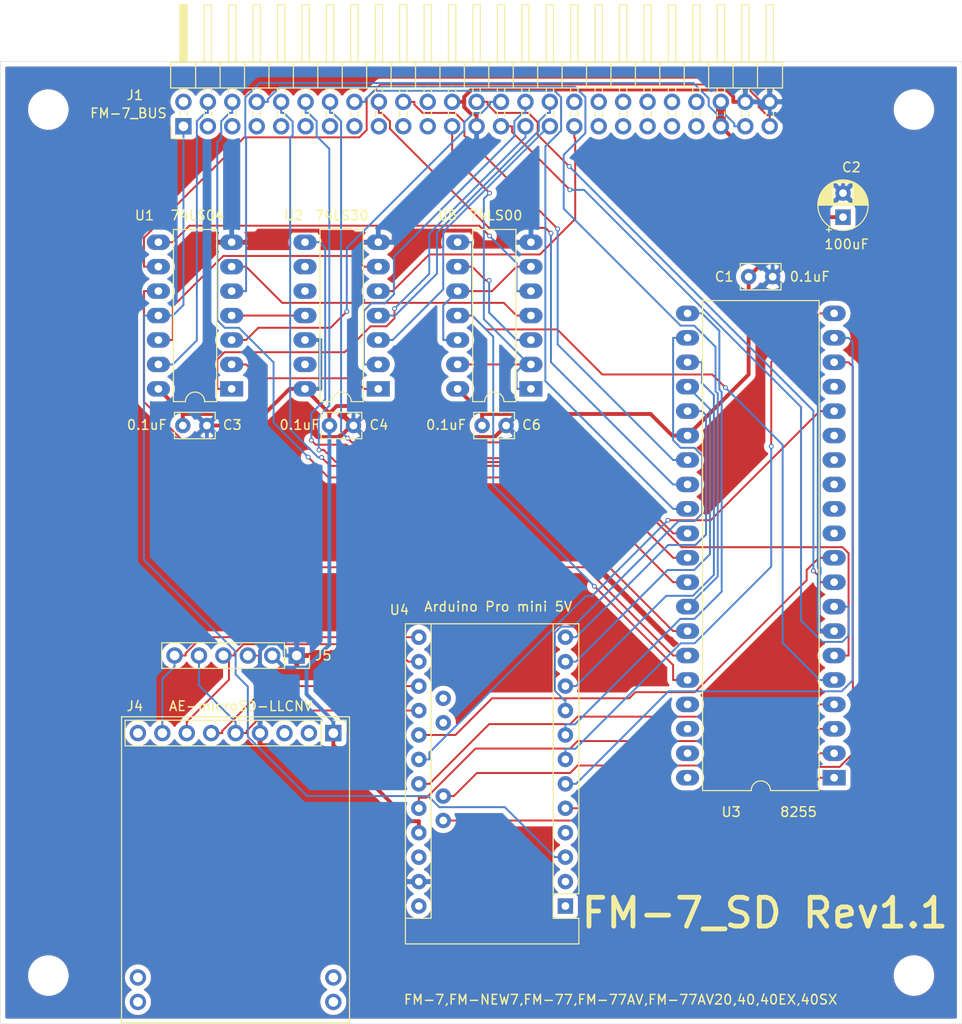
<source format=kicad_pcb>
(kicad_pcb (version 20171130) (host pcbnew "(5.1.9)-1")
  (layers (0 F.Cu signal) (31 B.Cu signal) (34 B.Paste user) (35 F.Paste user) (36 B.SilkS user hide) (37 F.SilkS user) (38 B.Mask user) (39 F.Mask user) (44 Edge.Cuts user))
  (net 0 "")
  (net 1 +5V)
  (net 2 GND)
  (net 3 "Net-(U3-Pad1)")
  (net 4 "Net-(U3-Pad2)")
  (net 5 "Net-(U3-Pad3)")
  (net 6 "Net-(U3-Pad4)")
  (net 7 "Net-(U3-Pad16)")
  (net 8 "Net-(U1-Pad2)")
  (net 9 "Net-(U1-Pad8)")
  (net 10 "Net-(U1-Pad12)")
  (net 11 "Net-(U1-Pad10)")
  (net 12 "Net-(U3-Pad21)")
  (net 13 "Net-(U3-Pad22)")
  (net 14 "Net-(U3-Pad23)")
  (net 15 "Net-(U3-Pad24)")
  (net 16 "Net-(U3-Pad25)")
  (net 17 "Net-(U3-Pad10)")
  (net 18 "Net-(U3-Pad18)")
  (net 19 "Net-(U3-Pad19)")
  (net 20 "Net-(U3-Pad20)")
  (net 21 "Net-(U1-Pad6)")
  (net 22 /SCK)
  (net 23 /MISO)
  (net 24 /MOSI)
  (net 25 /CS)
  (net 26 /AB0)
  (net 27 /AB2)
  (net 28 /AB4)
  (net 29 /AB6)
  (net 30 /DB0)
  (net 31 /DB2)
  (net 32 /DB4)
  (net 33 /DB6)
  (net 34 /EQ)
  (net 35 /EIOCS)
  (net 36 /ERW)
  (net 37 /AB1)
  (net 38 /AB3)
  (net 39 /AB5)
  (net 40 /AB7)
  (net 41 /DB1)
  (net 42 /DB3)
  (net 43 /DB5)
  (net 44 /DB7)
  (net 45 /EE)
  (net 46 /ERESET)
  (net 47 "Net-(U1-Pad4)")
  (net 48 "Net-(U3-Pad5)")
  (net 49 "Net-(U3-Pad36)")
  (net 50 "Net-(U5-Pad10)")
  (net 51 "Net-(U2-Pad8)")
  (net 52 "Net-(U5-Pad3)")
  (module MountingHole:MountingHole_3.2mm_M3 (layer F.Cu) (at 92.63 59.94)
    (fp_text reference MH4 hide)
    (fp_text value MountingHole_3.2mm_M3)
    (pad 1 np_thru_hole circle (at 0 0) (size 3.2 3.2) (drill 3.2) (layers *.Cu *.Mask))
  )
  (module MountingHole:MountingHole_3.2mm_M3 (layer F.Cu) (at 182.63 59.94)
    (fp_text reference MH3 hide)
    (fp_text value MountingHole_3.2mm_M3)
    (pad 1 np_thru_hole circle (at 0 0) (size 3.2 3.2) (drill 3.2) (layers *.Cu *.Mask))
  )
  (module MountingHole:MountingHole_3.2mm_M3 (layer F.Cu) (at 182.63 149.94)
    (fp_text reference MH2 hide)
    (fp_text value MountingHole_3.2mm_M3)
    (pad 1 np_thru_hole circle (at 0 0) (size 3.2 3.2) (drill 3.2) (layers *.Cu *.Mask))
  )
  (module MountingHole:MountingHole_3.2mm_M3 (layer F.Cu) (at 92.63 149.94)
    (fp_text reference MH1 hide)
    (fp_text value MountingHole_3.2mm_M3)
    (pad 1 np_thru_hole circle (at 0 0) (size 3.2 3.2) (drill 3.2) (layers *.Cu *.Mask))
  )
  (module Capacitor_THT:C_Rect_L4.0mm_W2.5mm_P2.50mm (layer F.Cu) (at 165.445 77.31)
    (fp_text reference C1 (at -2.54 0) (layer F.SilkS))
    (fp_text value 0.1uF)
    (pad 1 thru_hole circle (at 0 0) (size 1.6 1.6) (drill 0.8) (layers *.Cu *.Mask) (net 1 +5V))
    (pad 2 thru_hole circle (at 2.5 0) (size 1.6 1.6) (drill 0.8) (layers *.Cu *.Mask) (net 2 GND))
  )
  (module Capacitor_THT:CP_Radial_D5.0mm_P2.50mm (layer F.Cu) (at 175.26 71.12 90)
    (fp_text reference C2 (at 5.18 0.87) (layer F.SilkS))
    (fp_text value 100uF)
    (pad 1 thru_hole rect (at 0 0 90) (size 1.6 1.6) (drill 0.8) (layers *.Cu *.Mask) (net 1 +5V))
    (pad 2 thru_hole circle (at 2.5 0 90) (size 1.6 1.6) (drill 0.8) (layers *.Cu *.Mask) (net 2 GND))
  )
  (module Capacitor_THT:C_Rect_L4.0mm_W2.5mm_P2.50mm (layer F.Cu) (at 106.615 92.775)
    (fp_text reference C3 (at 5.145 -0.065) (layer F.SilkS))
    (fp_text value 0.1uF)
    (pad 2 thru_hole circle (at 2.5 0) (size 1.6 1.6) (drill 0.8) (layers *.Cu *.Mask) (net 2 GND))
    (pad 1 thru_hole circle (at 0 0) (size 1.6 1.6) (drill 0.8) (layers *.Cu *.Mask) (net 1 +5V))
  )
  (module Capacitor_THT:C_Rect_L4.0mm_W2.5mm_P2.50mm (layer F.Cu) (at 121.855 92.775)
    (fp_text reference C4 (at 5.145 -0.065) (layer F.SilkS))
    (fp_text value 0.1uF)
    (pad 1 thru_hole circle (at 0 0) (size 1.6 1.6) (drill 0.8) (layers *.Cu *.Mask) (net 1 +5V))
    (pad 2 thru_hole circle (at 2.5 0) (size 1.6 1.6) (drill 0.8) (layers *.Cu *.Mask) (net 2 GND))
  )
  (module Capacitor_THT:C_Rect_L4.0mm_W2.5mm_P2.50mm (layer F.Cu) (at 137.73 92.775)
    (fp_text reference C6 (at 5.145 -0.065) (layer F.SilkS))
    (fp_text value 0.1uF)
    (pad 1 thru_hole circle (at 0 0) (size 1.6 1.6) (drill 0.8) (layers *.Cu *.Mask) (net 1 +5V))
    (pad 2 thru_hole circle (at 2.5 0) (size 1.6 1.6) (drill 0.8) (layers *.Cu *.Mask) (net 2 GND))
  )
  (module FM-7_SD:AE-microSD-LLCNV (layer F.Cu) (at 101.945 124.739 90)
    (fp_text reference J4 (at 2.799 -0.315) (layer F.SilkS))
    (fp_text value Micro_SD_Card_Kit)
    (fp_text user AE-microSD-LLCNV (at 2.799 10.685) (layer F.SilkS))
    (pad 1 thru_hole rect (at 0 20.32 270) (size 1.7 1.7) (drill 1) (layers *.Cu *.Mask) (net 1 +5V))
    (pad 2 thru_hole oval (at 0 17.78 270) (size 1.7 1.7) (drill 1) (layers *.Cu *.Mask))
    (pad 3 thru_hole oval (at 0 15.24 270) (size 1.7 1.7) (drill 1) (layers *.Cu *.Mask))
    (pad 4 thru_hole oval (at 0 12.7 270) (size 1.7 1.7) (drill 1) (layers *.Cu *.Mask) (net 2 GND))
    (pad 5 thru_hole oval (at 0 10.16 270) (size 1.7 1.7) (drill 1) (layers *.Cu *.Mask) (net 22 /SCK))
    (pad 6 thru_hole oval (at 0 7.62 270) (size 1.7 1.7) (drill 1) (layers *.Cu *.Mask) (net 23 /MISO))
    (pad 7 thru_hole oval (at 0 5.08 270) (size 1.7 1.7) (drill 1) (layers *.Cu *.Mask) (net 24 /MOSI))
    (pad 8 thru_hole oval (at 0 2.54 270) (size 1.7 1.7) (drill 1) (layers *.Cu *.Mask) (net 25 /CS))
    (pad 9 thru_hole oval (at 0 0 270) (size 1.7 1.7) (drill 1) (layers *.Cu *.Mask))
    (pad "" thru_hole oval (at -27.94 0 90) (size 1.7 1.7) (drill 1) (layers *.Cu *.Mask))
    (pad "" thru_hole oval (at -25.4 0 90) (size 1.7 1.7) (drill 1) (layers *.Cu *.Mask))
    (pad "" thru_hole oval (at -27.94 20.32 90) (size 1.7 1.7) (drill 1) (layers *.Cu *.Mask))
    (pad "" thru_hole oval (at -25.4 20.32 90) (size 1.7 1.7) (drill 1) (layers *.Cu *.Mask))
  )
  (module Connector_PinSocket_2.54mm:PinSocket_1x06_P2.54mm_Vertical (layer F.Cu) (at 118.455 116.68 270)
    (fp_text reference J5 (at 0 -2.77) (layer F.SilkS))
    (fp_text value "MicroSD Card Adapter")
    (pad 1 thru_hole rect (at 0 0 270) (size 1.7 1.7) (drill 1) (layers *.Cu *.Mask) (net 2 GND))
    (pad 2 thru_hole oval (at 0 2.54 270) (size 1.7 1.7) (drill 1) (layers *.Cu *.Mask) (net 1 +5V))
    (pad 3 thru_hole oval (at 0 5.08 270) (size 1.7 1.7) (drill 1) (layers *.Cu *.Mask) (net 23 /MISO))
    (pad 4 thru_hole oval (at 0 7.62 270) (size 1.7 1.7) (drill 1) (layers *.Cu *.Mask) (net 24 /MOSI))
    (pad 5 thru_hole oval (at 0 10.16 270) (size 1.7 1.7) (drill 1) (layers *.Cu *.Mask) (net 22 /SCK))
    (pad 6 thru_hole oval (at 0 12.7 270) (size 1.7 1.7) (drill 1) (layers *.Cu *.Mask) (net 25 /CS))
  )
  (module Package_DIP:DIP-14_W7.62mm_LongPads (layer F.Cu) (at 111.695 88.965 180)
    (fp_text reference U1 (at 9.065 18.025) (layer F.SilkS))
    (fp_text value 74LS04)
    (pad 1 thru_hole rect (at 0 0 180) (size 2.4 1.6) (drill 0.8) (layers *.Cu *.Mask) (net 38 /AB3))
    (pad 8 thru_hole oval (at 7.62 15.24 180) (size 2.4 1.6) (drill 0.8) (layers *.Cu *.Mask) (net 9 "Net-(U1-Pad8)"))
    (pad 2 thru_hole oval (at 0 2.54 180) (size 2.4 1.6) (drill 0.8) (layers *.Cu *.Mask) (net 8 "Net-(U1-Pad2)"))
    (pad 9 thru_hole oval (at 7.62 12.7 180) (size 2.4 1.6) (drill 0.8) (layers *.Cu *.Mask) (net 45 /EE))
    (pad 3 thru_hole oval (at 0 5.08 180) (size 2.4 1.6) (drill 0.8) (layers *.Cu *.Mask) (net 27 /AB2))
    (pad 10 thru_hole oval (at 7.62 10.16 180) (size 2.4 1.6) (drill 0.8) (layers *.Cu *.Mask) (net 11 "Net-(U1-Pad10)"))
    (pad 4 thru_hole oval (at 0 7.62 180) (size 2.4 1.6) (drill 0.8) (layers *.Cu *.Mask) (net 47 "Net-(U1-Pad4)"))
    (pad 11 thru_hole oval (at 7.62 7.62 180) (size 2.4 1.6) (drill 0.8) (layers *.Cu *.Mask) (net 46 /ERESET))
    (pad 5 thru_hole oval (at 0 10.16 180) (size 2.4 1.6) (drill 0.8) (layers *.Cu *.Mask) (net 34 /EQ))
    (pad 12 thru_hole oval (at 7.62 5.08 180) (size 2.4 1.6) (drill 0.8) (layers *.Cu *.Mask) (net 10 "Net-(U1-Pad12)"))
    (pad 6 thru_hole oval (at 0 12.7 180) (size 2.4 1.6) (drill 0.8) (layers *.Cu *.Mask) (net 21 "Net-(U1-Pad6)"))
    (pad 13 thru_hole oval (at 7.62 2.54 180) (size 2.4 1.6) (drill 0.8) (layers *.Cu *.Mask) (net 35 /EIOCS))
    (pad 7 thru_hole oval (at 0 15.24 180) (size 2.4 1.6) (drill 0.8) (layers *.Cu *.Mask) (net 2 GND))
    (pad 14 thru_hole oval (at 7.62 0 180) (size 2.4 1.6) (drill 0.8) (layers *.Cu *.Mask) (net 1 +5V))
  )
  (module Package_DIP:DIP-14_W7.62mm_LongPads (layer F.Cu) (at 126.935 88.965 180)
    (fp_text reference U2 (at 8.805 18.025) (layer F.SilkS))
    (fp_text value 74LS30)
    (pad 14 thru_hole oval (at 7.62 0 180) (size 2.4 1.6) (drill 0.8) (layers *.Cu *.Mask) (net 1 +5V))
    (pad 7 thru_hole oval (at 0 15.24 180) (size 2.4 1.6) (drill 0.8) (layers *.Cu *.Mask) (net 2 GND))
    (pad 13 thru_hole oval (at 7.62 2.54 180) (size 2.4 1.6) (drill 0.8) (layers *.Cu *.Mask))
    (pad 6 thru_hole oval (at 0 12.7 180) (size 2.4 1.6) (drill 0.8) (layers *.Cu *.Mask) (net 10 "Net-(U1-Pad12)"))
    (pad 12 thru_hole oval (at 7.62 5.08 180) (size 2.4 1.6) (drill 0.8) (layers *.Cu *.Mask) (net 1 +5V))
    (pad 5 thru_hole oval (at 0 10.16 180) (size 2.4 1.6) (drill 0.8) (layers *.Cu *.Mask) (net 40 /AB7))
    (pad 11 thru_hole oval (at 7.62 7.62 180) (size 2.4 1.6) (drill 0.8) (layers *.Cu *.Mask) (net 47 "Net-(U1-Pad4)"))
    (pad 4 thru_hole oval (at 0 7.62 180) (size 2.4 1.6) (drill 0.8) (layers *.Cu *.Mask) (net 29 /AB6))
    (pad 10 thru_hole oval (at 7.62 10.16 180) (size 2.4 1.6) (drill 0.8) (layers *.Cu *.Mask))
    (pad 3 thru_hole oval (at 0 5.08 180) (size 2.4 1.6) (drill 0.8) (layers *.Cu *.Mask) (net 39 /AB5))
    (pad 9 thru_hole oval (at 7.62 12.7 180) (size 2.4 1.6) (drill 0.8) (layers *.Cu *.Mask))
    (pad 2 thru_hole oval (at 0 2.54 180) (size 2.4 1.6) (drill 0.8) (layers *.Cu *.Mask) (net 28 /AB4))
    (pad 8 thru_hole oval (at 7.62 15.24 180) (size 2.4 1.6) (drill 0.8) (layers *.Cu *.Mask) (net 51 "Net-(U2-Pad8)"))
    (pad 1 thru_hole rect (at 0 0 180) (size 2.4 1.6) (drill 0.8) (layers *.Cu *.Mask) (net 8 "Net-(U1-Pad2)"))
  )
  (module Package_DIP:DIP-40_W15.24mm_LongPads (layer F.Cu) (at 174.335 129.38 180)
    (fp_text reference U3 (at 10.705 -3.56) (layer F.SilkS))
    (fp_text value 8255)
    (pad 1 thru_hole rect (at 0 0 180) (size 2.4 1.6) (drill 0.8) (layers *.Cu *.Mask) (net 3 "Net-(U3-Pad1)"))
    (pad 21 thru_hole oval (at 15.24 48.26 180) (size 2.4 1.6) (drill 0.8) (layers *.Cu *.Mask) (net 12 "Net-(U3-Pad21)"))
    (pad 2 thru_hole oval (at 0 2.54 180) (size 2.4 1.6) (drill 0.8) (layers *.Cu *.Mask) (net 4 "Net-(U3-Pad2)"))
    (pad 22 thru_hole oval (at 15.24 45.72 180) (size 2.4 1.6) (drill 0.8) (layers *.Cu *.Mask) (net 13 "Net-(U3-Pad22)"))
    (pad 3 thru_hole oval (at 0 5.08 180) (size 2.4 1.6) (drill 0.8) (layers *.Cu *.Mask) (net 5 "Net-(U3-Pad3)"))
    (pad 23 thru_hole oval (at 15.24 43.18 180) (size 2.4 1.6) (drill 0.8) (layers *.Cu *.Mask) (net 14 "Net-(U3-Pad23)"))
    (pad 4 thru_hole oval (at 0 7.62 180) (size 2.4 1.6) (drill 0.8) (layers *.Cu *.Mask) (net 6 "Net-(U3-Pad4)"))
    (pad 24 thru_hole oval (at 15.24 40.64 180) (size 2.4 1.6) (drill 0.8) (layers *.Cu *.Mask) (net 15 "Net-(U3-Pad24)"))
    (pad 5 thru_hole oval (at 0 10.16 180) (size 2.4 1.6) (drill 0.8) (layers *.Cu *.Mask) (net 48 "Net-(U3-Pad5)"))
    (pad 25 thru_hole oval (at 15.24 38.1 180) (size 2.4 1.6) (drill 0.8) (layers *.Cu *.Mask) (net 16 "Net-(U3-Pad25)"))
    (pad 6 thru_hole oval (at 0 12.7 180) (size 2.4 1.6) (drill 0.8) (layers *.Cu *.Mask) (net 51 "Net-(U2-Pad8)"))
    (pad 26 thru_hole oval (at 15.24 35.56 180) (size 2.4 1.6) (drill 0.8) (layers *.Cu *.Mask) (net 1 +5V))
    (pad 7 thru_hole oval (at 0 15.24 180) (size 2.4 1.6) (drill 0.8) (layers *.Cu *.Mask) (net 2 GND))
    (pad 27 thru_hole oval (at 15.24 33.02 180) (size 2.4 1.6) (drill 0.8) (layers *.Cu *.Mask) (net 44 /DB7))
    (pad 8 thru_hole oval (at 0 17.78 180) (size 2.4 1.6) (drill 0.8) (layers *.Cu *.Mask) (net 37 /AB1))
    (pad 28 thru_hole oval (at 15.24 30.48 180) (size 2.4 1.6) (drill 0.8) (layers *.Cu *.Mask) (net 33 /DB6))
    (pad 9 thru_hole oval (at 0 20.32 180) (size 2.4 1.6) (drill 0.8) (layers *.Cu *.Mask) (net 26 /AB0))
    (pad 29 thru_hole oval (at 15.24 27.94 180) (size 2.4 1.6) (drill 0.8) (layers *.Cu *.Mask) (net 43 /DB5))
    (pad 10 thru_hole oval (at 0 22.86 180) (size 2.4 1.6) (drill 0.8) (layers *.Cu *.Mask) (net 17 "Net-(U3-Pad10)"))
    (pad 30 thru_hole oval (at 15.24 25.4 180) (size 2.4 1.6) (drill 0.8) (layers *.Cu *.Mask) (net 32 /DB4))
    (pad 11 thru_hole oval (at 0 25.4 180) (size 2.4 1.6) (drill 0.8) (layers *.Cu *.Mask))
    (pad 31 thru_hole oval (at 15.24 22.86 180) (size 2.4 1.6) (drill 0.8) (layers *.Cu *.Mask) (net 42 /DB3))
    (pad 12 thru_hole oval (at 0 27.94 180) (size 2.4 1.6) (drill 0.8) (layers *.Cu *.Mask))
    (pad 32 thru_hole oval (at 15.24 20.32 180) (size 2.4 1.6) (drill 0.8) (layers *.Cu *.Mask) (net 31 /DB2))
    (pad 13 thru_hole oval (at 0 30.48 180) (size 2.4 1.6) (drill 0.8) (layers *.Cu *.Mask))
    (pad 33 thru_hole oval (at 15.24 17.78 180) (size 2.4 1.6) (drill 0.8) (layers *.Cu *.Mask) (net 41 /DB1))
    (pad 14 thru_hole oval (at 0 33.02 180) (size 2.4 1.6) (drill 0.8) (layers *.Cu *.Mask))
    (pad 34 thru_hole oval (at 15.24 15.24 180) (size 2.4 1.6) (drill 0.8) (layers *.Cu *.Mask) (net 30 /DB0))
    (pad 15 thru_hole oval (at 0 35.56 180) (size 2.4 1.6) (drill 0.8) (layers *.Cu *.Mask))
    (pad 35 thru_hole oval (at 15.24 12.7 180) (size 2.4 1.6) (drill 0.8) (layers *.Cu *.Mask) (net 11 "Net-(U1-Pad10)"))
    (pad 16 thru_hole oval (at 0 38.1 180) (size 2.4 1.6) (drill 0.8) (layers *.Cu *.Mask) (net 7 "Net-(U3-Pad16)"))
    (pad 36 thru_hole oval (at 15.24 10.16 180) (size 2.4 1.6) (drill 0.8) (layers *.Cu *.Mask) (net 49 "Net-(U3-Pad36)"))
    (pad 17 thru_hole oval (at 0 40.64 180) (size 2.4 1.6) (drill 0.8) (layers *.Cu *.Mask))
    (pad 37 thru_hole oval (at 15.24 7.62 180) (size 2.4 1.6) (drill 0.8) (layers *.Cu *.Mask))
    (pad 18 thru_hole oval (at 0 43.18 180) (size 2.4 1.6) (drill 0.8) (layers *.Cu *.Mask) (net 18 "Net-(U3-Pad18)"))
    (pad 38 thru_hole oval (at 15.24 5.08 180) (size 2.4 1.6) (drill 0.8) (layers *.Cu *.Mask))
    (pad 19 thru_hole oval (at 0 45.72 180) (size 2.4 1.6) (drill 0.8) (layers *.Cu *.Mask) (net 19 "Net-(U3-Pad19)"))
    (pad 39 thru_hole oval (at 15.24 2.54 180) (size 2.4 1.6) (drill 0.8) (layers *.Cu *.Mask))
    (pad 20 thru_hole oval (at 0 48.26 180) (size 2.4 1.6) (drill 0.8) (layers *.Cu *.Mask) (net 20 "Net-(U3-Pad20)"))
    (pad 40 thru_hole oval (at 15.24 0 180) (size 2.4 1.6) (drill 0.8) (layers *.Cu *.Mask))
  )
  (module FM-7_SD:Arduino_Pro_Mini (layer F.Cu) (at 146.395 142.715 180)
    (fp_text reference U4 (at 17.265 30.775) (layer F.SilkS))
    (fp_text value Arduino_Pro_Mini_5V)
    (pad 1 thru_hole rect (at 0 0 180) (size 1.6 1.6) (drill 0.8) (layers *.Cu *.Mask))
    (pad 2 thru_hole oval (at 0 2.54 180) (size 1.6 1.6) (drill 0.8) (layers *.Cu *.Mask))
    (pad 3 thru_hole oval (at 0 5.08 180) (size 1.6 1.6) (drill 0.8) (layers *.Cu *.Mask) (net 46 /ERESET))
    (pad 13 thru_hole oval (at 15.24 27.94 180) (size 1.6 1.6) (drill 0.8) (layers *.Cu *.Mask) (net 25 /CS))
    (pad 4 thru_hole oval (at 0 7.62 180) (size 1.6 1.6) (drill 0.8) (layers *.Cu *.Mask))
    (pad 14 thru_hole oval (at 15.24 25.4 180) (size 1.6 1.6) (drill 0.8) (layers *.Cu *.Mask) (net 24 /MOSI))
    (pad 5 thru_hole oval (at 0 10.16 180) (size 1.6 1.6) (drill 0.8) (layers *.Cu *.Mask) (net 18 "Net-(U3-Pad18)"))
    (pad 15 thru_hole oval (at 15.24 22.86 180) (size 1.6 1.6) (drill 0.8) (layers *.Cu *.Mask) (net 23 /MISO))
    (pad 6 thru_hole oval (at 0 12.7 180) (size 1.6 1.6) (drill 0.8) (layers *.Cu *.Mask) (net 19 "Net-(U3-Pad19)"))
    (pad 16 thru_hole oval (at 15.24 20.32 180) (size 1.6 1.6) (drill 0.8) (layers *.Cu *.Mask) (net 22 /SCK))
    (pad 7 thru_hole oval (at 0 15.24 180) (size 1.6 1.6) (drill 0.8) (layers *.Cu *.Mask) (net 20 "Net-(U3-Pad20)"))
    (pad 17 thru_hole oval (at 15.24 17.78 180) (size 1.6 1.6) (drill 0.8) (layers *.Cu *.Mask) (net 17 "Net-(U3-Pad10)"))
    (pad 8 thru_hole oval (at 0 17.78 180) (size 1.6 1.6) (drill 0.8) (layers *.Cu *.Mask) (net 12 "Net-(U3-Pad21)"))
    (pad 18 thru_hole oval (at 15.24 15.24 180) (size 1.6 1.6) (drill 0.8) (layers *.Cu *.Mask) (net 7 "Net-(U3-Pad16)"))
    (pad 9 thru_hole oval (at 0 20.32 180) (size 1.6 1.6) (drill 0.8) (layers *.Cu *.Mask) (net 13 "Net-(U3-Pad22)"))
    (pad 19 thru_hole oval (at 15.24 12.7 180) (size 1.6 1.6) (drill 0.8) (layers *.Cu *.Mask) (net 6 "Net-(U3-Pad4)"))
    (pad 10 thru_hole oval (at 0 22.86 180) (size 1.6 1.6) (drill 0.8) (layers *.Cu *.Mask) (net 14 "Net-(U3-Pad23)"))
    (pad 20 thru_hole oval (at 15.24 10.16 180) (size 1.6 1.6) (drill 0.8) (layers *.Cu *.Mask) (net 5 "Net-(U3-Pad3)"))
    (pad 11 thru_hole oval (at 0 25.4 180) (size 1.6 1.6) (drill 0.8) (layers *.Cu *.Mask) (net 15 "Net-(U3-Pad24)"))
    (pad 21 thru_hole oval (at 15.24 7.62 180) (size 1.6 1.6) (drill 0.8) (layers *.Cu *.Mask) (net 1 +5V))
    (pad 12 thru_hole oval (at 0 27.94 180) (size 1.6 1.6) (drill 0.8) (layers *.Cu *.Mask) (net 16 "Net-(U3-Pad25)"))
    (pad 22 thru_hole oval (at 15.24 5.08 180) (size 1.6 1.6) (drill 0.8) (layers *.Cu *.Mask))
    (pad 23 thru_hole oval (at 15.24 2.54 180) (size 1.6 1.6) (drill 0.8) (layers *.Cu *.Mask) (net 2 GND))
    (pad 24 thru_hole oval (at 15.24 0 180) (size 1.6 1.6) (drill 0.8) (layers *.Cu *.Mask))
    (pad A5 thru_hole oval (at 12.7 8.89 180) (size 1.6 1.6) (drill 0.8) (layers *.Cu *.Mask) (net 3 "Net-(U3-Pad1)"))
    (pad A4 thru_hole oval (at 12.7 11.43 180) (size 1.6 1.6) (drill 0.8) (layers *.Cu *.Mask) (net 4 "Net-(U3-Pad2)"))
    (pad A7 thru_hole oval (at 12.7 19.05 180) (size 1.6 1.6) (drill 0.8) (layers *.Cu *.Mask))
    (pad A6 thru_hole oval (at 12.7 21.59 180) (size 1.6 1.6) (drill 0.8) (layers *.Cu *.Mask))
  )
  (module Package_DIP:DIP-14_W7.62mm_LongPads (layer F.Cu) (at 142.81 88.965 180)
    (fp_text reference U5 (at 8.68 18.025) (layer F.SilkS))
    (fp_text value 74LS00)
    (pad 14 thru_hole oval (at 7.62 0 180) (size 2.4 1.6) (drill 0.8) (layers *.Cu *.Mask) (net 1 +5V))
    (pad 7 thru_hole oval (at 0 15.24 180) (size 2.4 1.6) (drill 0.8) (layers *.Cu *.Mask) (net 2 GND))
    (pad 13 thru_hole oval (at 7.62 2.54 180) (size 2.4 1.6) (drill 0.8) (layers *.Cu *.Mask) (net 36 /ERW))
    (pad 6 thru_hole oval (at 0 12.7 180) (size 2.4 1.6) (drill 0.8) (layers *.Cu *.Mask) (net 50 "Net-(U5-Pad10)"))
    (pad 12 thru_hole oval (at 7.62 5.08 180) (size 2.4 1.6) (drill 0.8) (layers *.Cu *.Mask) (net 50 "Net-(U5-Pad10)"))
    (pad 5 thru_hole oval (at 0 10.16 180) (size 2.4 1.6) (drill 0.8) (layers *.Cu *.Mask) (net 9 "Net-(U1-Pad8)"))
    (pad 11 thru_hole oval (at 7.62 7.62 180) (size 2.4 1.6) (drill 0.8) (layers *.Cu *.Mask) (net 48 "Net-(U3-Pad5)"))
    (pad 4 thru_hole oval (at 0 7.62 180) (size 2.4 1.6) (drill 0.8) (layers *.Cu *.Mask) (net 21 "Net-(U1-Pad6)"))
    (pad 10 thru_hole oval (at 7.62 10.16 180) (size 2.4 1.6) (drill 0.8) (layers *.Cu *.Mask) (net 50 "Net-(U5-Pad10)"))
    (pad 3 thru_hole oval (at 0 5.08 180) (size 2.4 1.6) (drill 0.8) (layers *.Cu *.Mask) (net 52 "Net-(U5-Pad3)"))
    (pad 9 thru_hole oval (at 7.62 12.7 180) (size 2.4 1.6) (drill 0.8) (layers *.Cu *.Mask) (net 52 "Net-(U5-Pad3)"))
    (pad 2 thru_hole oval (at 0 2.54 180) (size 2.4 1.6) (drill 0.8) (layers *.Cu *.Mask) (net 36 /ERW))
    (pad 8 thru_hole oval (at 7.62 15.24 180) (size 2.4 1.6) (drill 0.8) (layers *.Cu *.Mask) (net 49 "Net-(U3-Pad36)"))
    (pad 1 thru_hole rect (at 0 0 180) (size 2.4 1.6) (drill 0.8) (layers *.Cu *.Mask) (net 36 /ERW))
  )
  (module Connector_PinHeader_2.54mm:PinHeader_2x25_P2.54mm_Horizontal (layer F.Cu) (at 106.68 61.675 90)
    (fp_text reference J1 (at 3.235 -5.05) (layer F.SilkS))
    (fp_text value FM-7_BUS)
    (pad 1 thru_hole rect (at 0 0 90) (size 1.7 1.7) (drill 1) (layers *.Cu *.Mask) (net 46 /ERESET))
    (pad 2 thru_hole oval (at 2.54 0 90) (size 1.7 1.7) (drill 1) (layers *.Cu *.Mask))
    (pad 3 thru_hole oval (at 0 2.54 90) (size 1.7 1.7) (drill 1) (layers *.Cu *.Mask))
    (pad 4 thru_hole oval (at 2.54 2.54 90) (size 1.7 1.7) (drill 1) (layers *.Cu *.Mask) (net 35 /EIOCS))
    (pad 5 thru_hole oval (at 0 5.08 90) (size 1.7 1.7) (drill 1) (layers *.Cu *.Mask))
    (pad 6 thru_hole oval (at 2.54 5.08 90) (size 1.7 1.7) (drill 1) (layers *.Cu *.Mask) (net 30 /DB0))
    (pad 7 thru_hole oval (at 0 7.62 90) (size 1.7 1.7) (drill 1) (layers *.Cu *.Mask))
    (pad 8 thru_hole oval (at 2.54 7.62 90) (size 1.7 1.7) (drill 1) (layers *.Cu *.Mask) (net 41 /DB1))
    (pad 9 thru_hole oval (at 0 10.16 90) (size 1.7 1.7) (drill 1) (layers *.Cu *.Mask))
    (pad 10 thru_hole oval (at 2.54 10.16 90) (size 1.7 1.7) (drill 1) (layers *.Cu *.Mask) (net 31 /DB2))
    (pad 11 thru_hole oval (at 0 12.7 90) (size 1.7 1.7) (drill 1) (layers *.Cu *.Mask))
    (pad 12 thru_hole oval (at 2.54 12.7 90) (size 1.7 1.7) (drill 1) (layers *.Cu *.Mask) (net 42 /DB3))
    (pad 13 thru_hole oval (at 0 15.24 90) (size 1.7 1.7) (drill 1) (layers *.Cu *.Mask))
    (pad 14 thru_hole oval (at 2.54 15.24 90) (size 1.7 1.7) (drill 1) (layers *.Cu *.Mask) (net 32 /DB4))
    (pad 15 thru_hole oval (at 0 17.78 90) (size 1.7 1.7) (drill 1) (layers *.Cu *.Mask))
    (pad 16 thru_hole oval (at 2.54 17.78 90) (size 1.7 1.7) (drill 1) (layers *.Cu *.Mask) (net 43 /DB5))
    (pad 17 thru_hole oval (at 0 20.32 90) (size 1.7 1.7) (drill 1) (layers *.Cu *.Mask))
    (pad 18 thru_hole oval (at 2.54 20.32 90) (size 1.7 1.7) (drill 1) (layers *.Cu *.Mask) (net 33 /DB6))
    (pad 19 thru_hole oval (at 0 22.86 90) (size 1.7 1.7) (drill 1) (layers *.Cu *.Mask))
    (pad 20 thru_hole oval (at 2.54 22.86 90) (size 1.7 1.7) (drill 1) (layers *.Cu *.Mask) (net 44 /DB7))
    (pad 21 thru_hole oval (at 0 25.4 90) (size 1.7 1.7) (drill 1) (layers *.Cu *.Mask))
    (pad 22 thru_hole oval (at 2.54 25.4 90) (size 1.7 1.7) (drill 1) (layers *.Cu *.Mask))
    (pad 23 thru_hole oval (at 0 27.94 90) (size 1.7 1.7) (drill 1) (layers *.Cu *.Mask) (net 36 /ERW))
    (pad 24 thru_hole oval (at 2.54 27.94 90) (size 1.7 1.7) (drill 1) (layers *.Cu *.Mask) (net 2 GND))
    (pad 25 thru_hole oval (at 0 30.48 90) (size 1.7 1.7) (drill 1) (layers *.Cu *.Mask) (net 2 GND))
    (pad 26 thru_hole oval (at 2.54 30.48 90) (size 1.7 1.7) (drill 1) (layers *.Cu *.Mask) (net 26 /AB0))
    (pad 27 thru_hole oval (at 0 33.02 90) (size 1.7 1.7) (drill 1) (layers *.Cu *.Mask) (net 37 /AB1))
    (pad 28 thru_hole oval (at 2.54 33.02 90) (size 1.7 1.7) (drill 1) (layers *.Cu *.Mask) (net 27 /AB2))
    (pad 29 thru_hole oval (at 0 35.56 90) (size 1.7 1.7) (drill 1) (layers *.Cu *.Mask) (net 38 /AB3))
    (pad 30 thru_hole oval (at 2.54 35.56 90) (size 1.7 1.7) (drill 1) (layers *.Cu *.Mask) (net 28 /AB4))
    (pad 31 thru_hole oval (at 0 38.1 90) (size 1.7 1.7) (drill 1) (layers *.Cu *.Mask) (net 39 /AB5))
    (pad 32 thru_hole oval (at 2.54 38.1 90) (size 1.7 1.7) (drill 1) (layers *.Cu *.Mask) (net 29 /AB6))
    (pad 33 thru_hole oval (at 0 40.64 90) (size 1.7 1.7) (drill 1) (layers *.Cu *.Mask) (net 40 /AB7))
    (pad 34 thru_hole oval (at 2.54 40.64 90) (size 1.7 1.7) (drill 1) (layers *.Cu *.Mask))
    (pad 35 thru_hole oval (at 0 43.18 90) (size 1.7 1.7) (drill 1) (layers *.Cu *.Mask))
    (pad 36 thru_hole oval (at 2.54 43.18 90) (size 1.7 1.7) (drill 1) (layers *.Cu *.Mask))
    (pad 37 thru_hole oval (at 0 45.72 90) (size 1.7 1.7) (drill 1) (layers *.Cu *.Mask))
    (pad 38 thru_hole oval (at 2.54 45.72 90) (size 1.7 1.7) (drill 1) (layers *.Cu *.Mask))
    (pad 39 thru_hole oval (at 0 48.26 90) (size 1.7 1.7) (drill 1) (layers *.Cu *.Mask))
    (pad 40 thru_hole oval (at 2.54 48.26 90) (size 1.7 1.7) (drill 1) (layers *.Cu *.Mask))
    (pad 41 thru_hole oval (at 0 50.8 90) (size 1.7 1.7) (drill 1) (layers *.Cu *.Mask))
    (pad 42 thru_hole oval (at 2.54 50.8 90) (size 1.7 1.7) (drill 1) (layers *.Cu *.Mask))
    (pad 43 thru_hole oval (at 0 53.34 90) (size 1.7 1.7) (drill 1) (layers *.Cu *.Mask))
    (pad 44 thru_hole oval (at 2.54 53.34 90) (size 1.7 1.7) (drill 1) (layers *.Cu *.Mask))
    (pad 45 thru_hole oval (at 0 55.88 90) (size 1.7 1.7) (drill 1) (layers *.Cu *.Mask) (net 1 +5V))
    (pad 46 thru_hole oval (at 2.54 55.88 90) (size 1.7 1.7) (drill 1) (layers *.Cu *.Mask) (net 1 +5V))
    (pad 47 thru_hole oval (at 0 58.42 90) (size 1.7 1.7) (drill 1) (layers *.Cu *.Mask) (net 34 /EQ))
    (pad 48 thru_hole oval (at 2.54 58.42 90) (size 1.7 1.7) (drill 1) (layers *.Cu *.Mask) (net 2 GND))
    (pad 49 thru_hole oval (at 0 60.96 90) (size 1.7 1.7) (drill 1) (layers *.Cu *.Mask) (net 45 /EE))
    (pad 50 thru_hole oval (at 2.54 60.96 90) (size 1.7 1.7) (drill 1) (layers *.Cu *.Mask) (net 2 GND))
  )
  (gr_text FM-7,FM-NEW7,FM-77,FM-77AV,FM-77AV20,40,40EX,40SX (at 152.13 152.44) (layer F.SilkS) (effects (font (size 1 1))))
  (gr_line (start 187.63 154.94) (end 187.63 54.94) (layer Edge.Cuts) (width 0.05))
  (gr_line (start 87.63 54.94) (end 87.63 154.94) (layer Edge.Cuts) (width 0.05))
  (gr_line (start 187.63 54.94) (end 87.63 54.94) (layer Edge.Cuts) (width 0.05))
  (gr_line (start 87.63 154.94) (end 187.63 154.94) (layer Edge.Cuts) (width 0.05))
  (gr_text "FM-7_SD Rev1.1" (at 167.13 143.44) (layer F.SilkS) (effects (font (size 3 3) (thickness 0.5))))
  (gr_text FM-7_BUS (at 100.965 60.325) (layer F.SilkS) (effects (font (size 1 1))))
  (gr_text "Arduino Pro mini 5V" (at 139.41 111.6) (layer F.SilkS) (effects (font (size 1 1))))
  (gr_text 8255 (at 170.63 132.94) (layer F.SilkS) (effects (font (size 1 1))))
  (gr_text 100uF (at 175.63 73.94) (layer F.SilkS) (effects (font (size 1 1))))
  (gr_text 0.1uF (at 171.795 77.31) (layer F.SilkS) (effects (font (size 1 1))))
  (gr_text 74LS04 (at 108.13 70.94) (layer F.SilkS) (effects (font (size 1 1))))
  (gr_text 0.1uF (at 102.87 92.71) (layer F.SilkS) (effects (font (size 1 1))))
  (gr_text 74LS30 (at 123.13 70.94) (layer F.SilkS) (effects (font (size 1 1))))
  (gr_text 0.1uF (at 118.745 92.71) (layer F.SilkS) (effects (font (size 1 1))))
  (gr_text 74LS00 (at 139.13 70.94) (layer F.SilkS) (effects (font (size 1 1))))
  (gr_text 0.1uF (at 133.985 92.71) (layer F.SilkS) (effects (font (size 1 1))))
  (segment (start 159.095 93.82) (end 157.4947 93.82) (width 0.4) (layer F.Cu) (net 1))
  (segment (start 137.73 91.5746) (end 155.2493 91.5746) (width 0.4) (layer F.Cu) (net 1))
  (segment (start 155.2493 91.5746) (end 157.4947 93.82) (width 0.4) (layer F.Cu) (net 1))
  (segment (start 137.73 91.5746) (end 137.73 91.505) (width 0.4) (layer F.Cu) (net 1))
  (segment (start 137.73 91.505) (end 136.9101 90.685) (width 0.4) (layer F.Cu) (net 1))
  (segment (start 137.73 92.775) (end 137.73 91.5746) (width 0.4) (layer F.Cu) (net 1))
  (segment (start 122.265 124.739) (end 122.265 123.4887) (width 0.4) (layer B.Cu) (net 1))
  (segment (start 119.478 117.9304) (end 117.1654 117.9304) (width 0.4) (layer B.Cu) (net 1))
  (segment (start 117.1654 117.9304) (end 115.915 116.68) (width 0.4) (layer B.Cu) (net 1))
  (segment (start 121.855 92.775) (end 121.855 115.5534) (width 0.4) (layer B.Cu) (net 1))
  (segment (start 121.855 115.5534) (end 119.478 117.9304) (width 0.4) (layer B.Cu) (net 1))
  (segment (start 122.265 123.4887) (end 119.478 120.7017) (width 0.4) (layer B.Cu) (net 1))
  (segment (start 119.478 120.7017) (end 119.478 117.9304) (width 0.4) (layer B.Cu) (net 1))
  (segment (start 122.265 124.739) (end 122.265 125.9893) (width 0.4) (layer F.Cu) (net 1))
  (segment (start 131.155 135.095) (end 131.155 133.8947) (width 0.4) (layer F.Cu) (net 1))
  (segment (start 122.265 125.9893) (end 130.1704 133.8947) (width 0.4) (layer F.Cu) (net 1))
  (segment (start 130.1704 133.8947) (end 131.155 133.8947) (width 0.4) (layer F.Cu) (net 1))
  (segment (start 119.315 88.965) (end 120.9153 88.965) (width 0.4) (layer B.Cu) (net 1))
  (segment (start 119.315 83.885) (end 120.9153 83.885) (width 0.4) (layer B.Cu) (net 1))
  (segment (start 120.9153 83.885) (end 120.9153 88.965) (width 0.4) (layer B.Cu) (net 1))
  (segment (start 119.315 88.965) (end 117.7147 88.965) (width 0.4) (layer F.Cu) (net 1))
  (segment (start 106.615 91.5746) (end 115.1051 91.5746) (width 0.4) (layer F.Cu) (net 1))
  (segment (start 115.1051 91.5746) (end 117.7147 88.965) (width 0.4) (layer F.Cu) (net 1))
  (segment (start 106.615 91.5746) (end 106.615 91.505) (width 0.4) (layer F.Cu) (net 1))
  (segment (start 106.615 91.505) (end 104.075 88.965) (width 0.4) (layer F.Cu) (net 1))
  (segment (start 106.615 92.775) (end 106.615 91.5746) (width 0.4) (layer F.Cu) (net 1))
  (segment (start 121.855 91.505) (end 119.315 88.965) (width 0.4) (layer F.Cu) (net 1))
  (segment (start 121.855 92.775) (end 121.855 91.505) (width 0.4) (layer F.Cu) (net 1))
  (segment (start 136.9101 90.685) (end 136.8482 90.7469) (width 0.4) (layer F.Cu) (net 1))
  (segment (start 136.8482 90.7469) (end 122.6131 90.7469) (width 0.4) (layer F.Cu) (net 1))
  (segment (start 122.6131 90.7469) (end 121.855 91.505) (width 0.4) (layer F.Cu) (net 1))
  (segment (start 136.9101 90.685) (end 135.19 88.965) (width 0.4) (layer F.Cu) (net 1))
  (segment (start 165.445 77.31) (end 165.445 87.47) (width 0.4) (layer F.Cu) (net 1))
  (segment (start 165.445 87.47) (end 159.095 93.82) (width 0.4) (layer F.Cu) (net 1))
  (segment (start 172.005 71.12) (end 171.635 71.12) (width 0.4) (layer F.Cu) (net 1))
  (segment (start 171.635 71.12) (end 165.445 77.31) (width 0.4) (layer F.Cu) (net 1))
  (segment (start 175.26 71.12) (end 172.005 71.12) (width 0.4) (layer F.Cu) (net 1))
  (segment (start 172.005 71.12) (end 162.56 61.675) (width 0.4) (layer F.Cu) (net 1))
  (segment (start 162.56 61.675) (end 162.56 59.135) (width 1) (layer F.Cu) (net 1))
  (segment (start 124.355 92.775) (end 124.1428 92.775) (width 0.4) (layer F.Cu) (net 2))
  (segment (start 124.1428 92.775) (end 122.9408 93.977) (width 0.4) (layer F.Cu) (net 2))
  (segment (start 122.9408 93.977) (end 120.5619 93.977) (width 0.4) (layer F.Cu) (net 2))
  (segment (start 120.5619 93.977) (end 119.3599 92.775) (width 0.4) (layer F.Cu) (net 2))
  (segment (start 119.3599 92.775) (end 109.115 92.775) (width 0.4) (layer F.Cu) (net 2))
  (segment (start 175.26 68.62) (end 167.945 75.935) (width 0.4) (layer B.Cu) (net 2))
  (segment (start 167.945 75.935) (end 167.945 77.31) (width 0.4) (layer B.Cu) (net 2))
  (segment (start 167.64 60.3853) (end 168.187 60.3853) (width 0.4) (layer B.Cu) (net 2))
  (segment (start 168.187 60.3853) (end 175.26 67.4583) (width 0.4) (layer B.Cu) (net 2))
  (segment (start 175.26 67.4583) (end 175.26 68.62) (width 0.4) (layer B.Cu) (net 2))
  (segment (start 172.7347 114.14) (end 172.7347 108.2357) (width 0.4) (layer B.Cu) (net 2))
  (segment (start 172.7347 108.2357) (end 172.826 108.1444) (width 0.4) (layer B.Cu) (net 2))
  (segment (start 172.826 108.1444) (end 172.826 107.6056) (width 0.4) (layer B.Cu) (net 2))
  (segment (start 172.826 107.6056) (end 172.7347 107.5143) (width 0.4) (layer B.Cu) (net 2))
  (segment (start 172.7347 107.5143) (end 172.7347 82.0997) (width 0.4) (layer B.Cu) (net 2))
  (segment (start 172.7347 82.0997) (end 167.945 77.31) (width 0.4) (layer B.Cu) (net 2))
  (segment (start 174.335 114.14) (end 172.7347 114.14) (width 0.4) (layer B.Cu) (net 2))
  (segment (start 126.935 73.725) (end 128.5353 73.725) (width 0.4) (layer F.Cu) (net 2))
  (segment (start 128.5353 73.725) (end 129.7426 72.5177) (width 0.4) (layer F.Cu) (net 2))
  (segment (start 129.7426 72.5177) (end 136.5397 72.5177) (width 0.4) (layer F.Cu) (net 2))
  (segment (start 136.5397 72.5177) (end 137.747 73.725) (width 0.4) (layer F.Cu) (net 2))
  (segment (start 137.747 73.725) (end 142.81 73.725) (width 0.4) (layer F.Cu) (net 2))
  (segment (start 126.1349 73.725) (end 126.935 73.725) (width 0.4) (layer F.Cu) (net 2))
  (segment (start 126.1349 73.725) (end 125.3347 73.725) (width 0.4) (layer F.Cu) (net 2))
  (segment (start 111.695 73.725) (end 113.2953 73.725) (width 0.4) (layer F.Cu) (net 2))
  (segment (start 125.3347 73.725) (end 124.1278 72.5181) (width 0.4) (layer F.Cu) (net 2))
  (segment (start 124.1278 72.5181) (end 114.5022 72.5181) (width 0.4) (layer F.Cu) (net 2))
  (segment (start 114.5022 72.5181) (end 113.2953 73.725) (width 0.4) (layer F.Cu) (net 2))
  (segment (start 165.1 59.135) (end 166.3503 59.135) (width 0.4) (layer B.Cu) (net 2))
  (segment (start 167.64 59.7601) (end 166.9754 59.7601) (width 0.4) (layer B.Cu) (net 2))
  (segment (start 166.9754 59.7601) (end 166.3503 59.135) (width 0.4) (layer B.Cu) (net 2))
  (segment (start 167.64 59.7601) (end 167.64 60.3853) (width 0.4) (layer B.Cu) (net 2))
  (segment (start 167.64 59.135) (end 167.64 59.7601) (width 0.4) (layer B.Cu) (net 2))
  (segment (start 137.16 61.675) (end 137.16 60.4247) (width 0.4) (layer F.Cu) (net 2))
  (segment (start 137.16 60.4247) (end 136.613 60.4247) (width 0.4) (layer F.Cu) (net 2))
  (segment (start 136.613 60.4247) (end 135.8703 59.682) (width 0.4) (layer F.Cu) (net 2))
  (segment (start 135.8703 59.682) (end 135.8703 59.135) (width 0.4) (layer F.Cu) (net 2))
  (segment (start 165.1 59.135) (end 163.8497 59.135) (width 0.4) (layer F.Cu) (net 2))
  (segment (start 163.8497 59.135) (end 163.8497 58.588) (width 0.4) (layer F.Cu) (net 2))
  (segment (start 163.8497 58.588) (end 163.1143 57.8526) (width 0.4) (layer F.Cu) (net 2))
  (segment (start 163.1143 57.8526) (end 136.6346 57.8526) (width 0.4) (layer F.Cu) (net 2))
  (segment (start 136.6346 57.8526) (end 135.8703 58.6169) (width 0.4) (layer F.Cu) (net 2))
  (segment (start 135.8703 58.6169) (end 135.8703 59.135) (width 0.4) (layer F.Cu) (net 2))
  (segment (start 134.62 59.135) (end 135.8703 59.135) (width 0.4) (layer F.Cu) (net 2))
  (segment (start 126.935 73.725) (end 128.5353 73.725) (width 0.4) (layer B.Cu) (net 2))
  (segment (start 137.16 61.675) (end 137.16 62.9253) (width 0.4) (layer B.Cu) (net 2))
  (segment (start 137.16 62.9253) (end 128.5353 71.55) (width 0.4) (layer B.Cu) (net 2))
  (segment (start 128.5353 71.55) (end 128.5353 73.725) (width 0.4) (layer B.Cu) (net 2))
  (segment (start 115.397 115.4187) (end 114.645 116.1707) (width 0.4) (layer B.Cu) (net 2))
  (segment (start 114.645 116.1707) (end 114.645 124.739) (width 0.4) (layer B.Cu) (net 2))
  (segment (start 117.2047 116.68) (end 117.2047 116.133) (width 0.4) (layer B.Cu) (net 2))
  (segment (start 117.2047 116.133) (end 116.4904 115.4187) (width 0.4) (layer B.Cu) (net 2))
  (segment (start 116.4904 115.4187) (end 115.397 115.4187) (width 0.4) (layer B.Cu) (net 2))
  (segment (start 109.115 92.775) (end 109.115 109.1367) (width 0.4) (layer B.Cu) (net 2))
  (segment (start 109.115 109.1367) (end 115.397 115.4187) (width 0.4) (layer B.Cu) (net 2))
  (segment (start 140.23 92.775) (end 139.0296 93.9754) (width 0.4) (layer F.Cu) (net 2))
  (segment (start 139.0296 93.9754) (end 125.5554 93.9754) (width 0.4) (layer F.Cu) (net 2))
  (segment (start 125.5554 93.9754) (end 124.355 92.775) (width 0.4) (layer F.Cu) (net 2))
  (segment (start 118.455 116.68) (end 117.2047 116.68) (width 0.4) (layer B.Cu) (net 2))
  (segment (start 126.935 73.725) (end 125.3347 73.725) (width 0.4) (layer B.Cu) (net 2))
  (segment (start 125.3347 73.725) (end 124.355 74.7047) (width 0.4) (layer B.Cu) (net 2))
  (segment (start 124.355 74.7047) (end 124.355 92.775) (width 0.4) (layer B.Cu) (net 2))
  (segment (start 114.645 124.739) (end 114.645 125.9893) (width 0.4) (layer F.Cu) (net 2))
  (segment (start 131.155 140.175) (end 129.9547 140.175) (width 0.4) (layer F.Cu) (net 2))
  (segment (start 129.9547 140.175) (end 115.769 125.9893) (width 0.4) (layer F.Cu) (net 2))
  (segment (start 115.769 125.9893) (end 114.645 125.9893) (width 0.4) (layer F.Cu) (net 2))
  (segment (start 174.335 129.38) (end 172.8347 129.38) (width 0.2) (layer F.Cu) (net 3))
  (segment (start 133.695 133.825) (end 168.3897 133.825) (width 0.2) (layer F.Cu) (net 3))
  (segment (start 168.3897 133.825) (end 172.8347 129.38) (width 0.2) (layer F.Cu) (net 3))
  (segment (start 134.7953 131.285) (end 137.1937 128.8866) (width 0.2) (layer F.Cu) (net 4))
  (segment (start 137.1937 128.8866) (end 146.8884 128.8866) (width 0.2) (layer F.Cu) (net 4))
  (segment (start 146.8884 128.8866) (end 147.665 128.11) (width 0.2) (layer F.Cu) (net 4))
  (segment (start 147.665 128.11) (end 171.5647 128.11) (width 0.2) (layer F.Cu) (net 4))
  (segment (start 171.5647 128.11) (end 172.8347 126.84) (width 0.2) (layer F.Cu) (net 4))
  (segment (start 174.335 126.84) (end 172.8347 126.84) (width 0.2) (layer F.Cu) (net 4))
  (segment (start 133.695 131.285) (end 134.7953 131.285) (width 0.2) (layer F.Cu) (net 4))
  (segment (start 174.335 124.3) (end 172.8347 124.3) (width 0.2) (layer F.Cu) (net 5))
  (segment (start 131.155 132.555) (end 131.155 131.4547) (width 0.2) (layer F.Cu) (net 5))
  (segment (start 131.155 131.4547) (end 131.9378 131.4547) (width 0.2) (layer F.Cu) (net 5))
  (segment (start 131.9378 131.4547) (end 137.0459 126.3466) (width 0.2) (layer F.Cu) (net 5))
  (segment (start 137.0459 126.3466) (end 146.8884 126.3466) (width 0.2) (layer F.Cu) (net 5))
  (segment (start 146.8884 126.3466) (end 147.665 125.57) (width 0.2) (layer F.Cu) (net 5))
  (segment (start 147.665 125.57) (end 171.5647 125.57) (width 0.2) (layer F.Cu) (net 5))
  (segment (start 171.5647 125.57) (end 172.8347 124.3) (width 0.2) (layer F.Cu) (net 5))
  (segment (start 132.2553 130.015) (end 138.4637 123.8066) (width 0.2) (layer F.Cu) (net 6))
  (segment (start 138.4637 123.8066) (end 146.8884 123.8066) (width 0.2) (layer F.Cu) (net 6))
  (segment (start 146.8884 123.8066) (end 147.665 123.03) (width 0.2) (layer F.Cu) (net 6))
  (segment (start 147.665 123.03) (end 171.5647 123.03) (width 0.2) (layer F.Cu) (net 6))
  (segment (start 171.5647 123.03) (end 172.8347 121.76) (width 0.2) (layer F.Cu) (net 6))
  (segment (start 174.335 121.76) (end 172.8347 121.76) (width 0.2) (layer F.Cu) (net 6))
  (segment (start 131.155 130.015) (end 132.2553 130.015) (width 0.2) (layer F.Cu) (net 6))
  (segment (start 157.0463 102.619) (end 149.1648 110.5005) (width 0.2) (layer B.Cu) (net 7))
  (segment (start 149.1648 110.5005) (end 148.5108 110.5005) (width 0.2) (layer B.Cu) (net 7))
  (segment (start 148.5108 110.5005) (end 132.2553 126.756) (width 0.2) (layer B.Cu) (net 7))
  (segment (start 132.2553 126.756) (end 132.2553 127.475) (width 0.2) (layer B.Cu) (net 7))
  (segment (start 131.155 127.475) (end 132.2553 127.475) (width 0.2) (layer B.Cu) (net 7))
  (segment (start 172.8347 91.28) (end 161.4957 102.619) (width 0.2) (layer F.Cu) (net 7))
  (segment (start 161.4957 102.619) (end 157.0463 102.619) (width 0.2) (layer F.Cu) (net 7))
  (segment (start 174.335 91.28) (end 172.8347 91.28) (width 0.2) (layer F.Cu) (net 7))
  (via (at 157.0463 102.619) (size 0.5) (layers F.Cu B.Cu) (net 7))
  (segment (start 111.695 86.425) (end 113.1953 86.425) (width 0.2) (layer F.Cu) (net 8))
  (segment (start 126.935 88.965) (end 125.4347 88.965) (width 0.2) (layer F.Cu) (net 8))
  (segment (start 125.4347 88.965) (end 124.3344 87.8647) (width 0.2) (layer F.Cu) (net 8))
  (segment (start 124.3344 87.8647) (end 114.635 87.8647) (width 0.2) (layer F.Cu) (net 8))
  (segment (start 114.635 87.8647) (end 113.1953 86.425) (width 0.2) (layer F.Cu) (net 8))
  (segment (start 142.81 78.805) (end 141.3097 78.805) (width 0.2) (layer B.Cu) (net 9))
  (segment (start 104.075 73.725) (end 105.5753 73.725) (width 0.2) (layer F.Cu) (net 9))
  (segment (start 138.5018 73.0701) (end 137.4396 72.0079) (width 0.2) (layer F.Cu) (net 9))
  (segment (start 137.4396 72.0079) (end 107.2924 72.0079) (width 0.2) (layer F.Cu) (net 9))
  (segment (start 107.2924 72.0079) (end 105.5753 73.725) (width 0.2) (layer F.Cu) (net 9))
  (segment (start 141.3097 78.805) (end 141.3097 75.878) (width 0.2) (layer B.Cu) (net 9))
  (segment (start 141.3097 75.878) (end 138.5018 73.0701) (width 0.2) (layer B.Cu) (net 9))
  (via (at 138.5018 73.0701) (size 0.5) (layers F.Cu B.Cu) (net 9))
  (segment (start 104.075 83.885) (end 105.5753 83.885) (width 0.2) (layer F.Cu) (net 10))
  (segment (start 126.935 76.265) (end 125.4347 76.265) (width 0.2) (layer F.Cu) (net 10))
  (segment (start 125.4347 76.265) (end 124.3234 75.1537) (width 0.2) (layer F.Cu) (net 10))
  (segment (start 124.3234 75.1537) (end 110.8132 75.1537) (width 0.2) (layer F.Cu) (net 10))
  (segment (start 110.8132 75.1537) (end 105.5753 80.3916) (width 0.2) (layer F.Cu) (net 10))
  (segment (start 105.5753 80.3916) (end 105.5753 83.885) (width 0.2) (layer F.Cu) (net 10))
  (segment (start 102.5747 78.805) (end 102.5747 90.3097) (width 0.2) (layer F.Cu) (net 11))
  (segment (start 102.5747 90.3097) (end 119.7704 107.5054) (width 0.2) (layer F.Cu) (net 11))
  (segment (start 119.7704 107.5054) (end 148.4201 107.5054) (width 0.2) (layer F.Cu) (net 11))
  (segment (start 148.4201 107.5054) (end 157.5947 116.68) (width 0.2) (layer F.Cu) (net 11))
  (segment (start 104.075 78.805) (end 102.5747 78.805) (width 0.2) (layer F.Cu) (net 11))
  (segment (start 159.095 116.68) (end 157.5947 116.68) (width 0.2) (layer F.Cu) (net 11))
  (segment (start 160.5953 81.12) (end 162.4018 82.9265) (width 0.2) (layer B.Cu) (net 12))
  (segment (start 162.4018 82.9265) (end 162.4018 89.0446) (width 0.2) (layer B.Cu) (net 12))
  (segment (start 162.4018 89.0446) (end 162.6436 89.2864) (width 0.2) (layer B.Cu) (net 12))
  (segment (start 162.6436 89.2864) (end 162.6436 110.0331) (width 0.2) (layer B.Cu) (net 12))
  (segment (start 162.6436 110.0331) (end 159.8067 112.87) (width 0.2) (layer B.Cu) (net 12))
  (segment (start 159.8067 112.87) (end 158.3391 112.87) (width 0.2) (layer B.Cu) (net 12))
  (segment (start 158.3391 112.87) (end 147.3744 123.8347) (width 0.2) (layer B.Cu) (net 12))
  (segment (start 147.3744 123.8347) (end 146.395 123.8347) (width 0.2) (layer B.Cu) (net 12))
  (segment (start 159.095 81.12) (end 160.5953 81.12) (width 0.2) (layer B.Cu) (net 12))
  (segment (start 146.395 124.935) (end 146.395 123.8347) (width 0.2) (layer B.Cu) (net 12))
  (segment (start 159.095 83.66) (end 157.5947 83.66) (width 0.2) (layer B.Cu) (net 13))
  (segment (start 146.395 122.395) (end 146.395 121.2947) (width 0.2) (layer B.Cu) (net 13))
  (segment (start 146.395 121.2947) (end 146.2575 121.2947) (width 0.2) (layer B.Cu) (net 13))
  (segment (start 146.2575 121.2947) (end 145.2939 120.3311) (width 0.2) (layer B.Cu) (net 13))
  (segment (start 145.2939 120.3311) (end 145.2939 114.3083) (width 0.2) (layer B.Cu) (net 13))
  (segment (start 145.2939 114.3083) (end 145.9276 113.6746) (width 0.2) (layer B.Cu) (net 13))
  (segment (start 145.9276 113.6746) (end 147.1909 113.6746) (width 0.2) (layer B.Cu) (net 13))
  (segment (start 147.1909 113.6746) (end 158.1555 102.71) (width 0.2) (layer B.Cu) (net 13))
  (segment (start 158.1555 102.71) (end 159.833 102.71) (width 0.2) (layer B.Cu) (net 13))
  (segment (start 159.833 102.71) (end 160.6119 101.9311) (width 0.2) (layer B.Cu) (net 13))
  (segment (start 160.6119 101.9311) (end 160.6119 95.8933) (width 0.2) (layer B.Cu) (net 13))
  (segment (start 160.6119 95.8933) (end 159.8086 95.09) (width 0.2) (layer B.Cu) (net 13))
  (segment (start 159.8086 95.09) (end 158.3815 95.09) (width 0.2) (layer B.Cu) (net 13))
  (segment (start 158.3815 95.09) (end 157.5947 94.3032) (width 0.2) (layer B.Cu) (net 13))
  (segment (start 157.5947 94.3032) (end 157.5947 83.66) (width 0.2) (layer B.Cu) (net 13))
  (segment (start 160.5953 86.2) (end 160.5953 88.3703) (width 0.2) (layer B.Cu) (net 14))
  (segment (start 160.5953 88.3703) (end 161.8317 89.6067) (width 0.2) (layer B.Cu) (net 14))
  (segment (start 161.8317 89.6067) (end 161.8317 108.297) (width 0.2) (layer B.Cu) (net 14))
  (segment (start 161.8317 108.297) (end 159.6571 110.4716) (width 0.2) (layer B.Cu) (net 14))
  (segment (start 159.6571 110.4716) (end 156.8787 110.4716) (width 0.2) (layer B.Cu) (net 14))
  (segment (start 156.8787 110.4716) (end 147.4953 119.855) (width 0.2) (layer B.Cu) (net 14))
  (segment (start 159.095 86.2) (end 160.5953 86.2) (width 0.2) (layer B.Cu) (net 14))
  (segment (start 146.395 119.855) (end 147.4953 119.855) (width 0.2) (layer B.Cu) (net 14))
  (segment (start 159.095 88.74) (end 161.4278 91.0728) (width 0.2) (layer B.Cu) (net 15))
  (segment (start 161.4278 91.0728) (end 161.4278 106.1439) (width 0.2) (layer B.Cu) (net 15))
  (segment (start 161.4278 106.1439) (end 159.7817 107.79) (width 0.2) (layer B.Cu) (net 15))
  (segment (start 159.7817 107.79) (end 157.0203 107.79) (width 0.2) (layer B.Cu) (net 15))
  (segment (start 157.0203 107.79) (end 147.4953 117.315) (width 0.2) (layer B.Cu) (net 15))
  (segment (start 146.395 117.315) (end 147.4953 117.315) (width 0.2) (layer B.Cu) (net 15))
  (segment (start 147.4953 114.775) (end 157.0834 105.1869) (width 0.2) (layer B.Cu) (net 16))
  (segment (start 157.0834 105.1869) (end 159.9262 105.1869) (width 0.2) (layer B.Cu) (net 16))
  (segment (start 159.9262 105.1869) (end 161.0123 104.1008) (width 0.2) (layer B.Cu) (net 16))
  (segment (start 161.0123 104.1008) (end 161.0123 91.697) (width 0.2) (layer B.Cu) (net 16))
  (segment (start 161.0123 91.697) (end 160.5953 91.28) (width 0.2) (layer B.Cu) (net 16))
  (segment (start 159.095 91.28) (end 160.5953 91.28) (width 0.2) (layer B.Cu) (net 16))
  (segment (start 146.395 114.775) (end 147.4953 114.775) (width 0.2) (layer B.Cu) (net 16))
  (segment (start 172.8347 106.52) (end 172.7525 106.52) (width 0.2) (layer F.Cu) (net 17))
  (segment (start 172.7525 106.52) (end 171.4774 107.7951) (width 0.2) (layer F.Cu) (net 17))
  (segment (start 171.4774 107.7951) (end 171.4774 108.8554) (width 0.2) (layer F.Cu) (net 17))
  (segment (start 171.4774 108.8554) (end 159.8428 120.49) (width 0.2) (layer F.Cu) (net 17))
  (segment (start 159.8428 120.49) (end 153.6664 120.49) (width 0.2) (layer F.Cu) (net 17))
  (segment (start 153.6664 120.49) (end 153.0314 121.125) (width 0.2) (layer F.Cu) (net 17))
  (segment (start 153.0314 121.125) (end 138.7692 121.125) (width 0.2) (layer F.Cu) (net 17))
  (segment (start 138.7692 121.125) (end 134.9592 124.935) (width 0.2) (layer F.Cu) (net 17))
  (segment (start 134.9592 124.935) (end 131.155 124.935) (width 0.2) (layer F.Cu) (net 17))
  (segment (start 174.335 106.52) (end 172.8347 106.52) (width 0.2) (layer F.Cu) (net 17))
  (segment (start 175.8353 86.2) (end 176.2865 86.6512) (width 0.2) (layer F.Cu) (net 18))
  (segment (start 176.2865 86.6512) (end 176.2865 126.8739) (width 0.2) (layer F.Cu) (net 18))
  (segment (start 176.2865 126.8739) (end 174.9088 128.2516) (width 0.2) (layer F.Cu) (net 18))
  (segment (start 174.9088 128.2516) (end 171.9894 128.2516) (width 0.2) (layer F.Cu) (net 18))
  (segment (start 171.9894 128.2516) (end 167.686 132.555) (width 0.2) (layer F.Cu) (net 18))
  (segment (start 167.686 132.555) (end 146.395 132.555) (width 0.2) (layer F.Cu) (net 18))
  (segment (start 174.335 86.2) (end 175.8353 86.2) (width 0.2) (layer F.Cu) (net 18))
  (segment (start 174.335 83.66) (end 175.8353 83.66) (width 0.2) (layer B.Cu) (net 19))
  (segment (start 146.395 130.015) (end 147.4953 130.015) (width 0.2) (layer B.Cu) (net 19))
  (segment (start 147.4953 130.015) (end 157.1104 120.3999) (width 0.2) (layer B.Cu) (net 19))
  (segment (start 157.1104 120.3999) (end 175.1188 120.3999) (width 0.2) (layer B.Cu) (net 19))
  (segment (start 175.1188 120.3999) (end 176.2454 119.2733) (width 0.2) (layer B.Cu) (net 19))
  (segment (start 176.2454 119.2733) (end 176.2454 84.0701) (width 0.2) (layer B.Cu) (net 19))
  (segment (start 176.2454 84.0701) (end 175.8353 83.66) (width 0.2) (layer B.Cu) (net 19))
  (segment (start 167.7955 94.9421) (end 167.7955 107.4403) (width 0.2) (layer B.Cu) (net 20))
  (segment (start 167.7955 107.4403) (end 159.8258 115.41) (width 0.2) (layer B.Cu) (net 20))
  (segment (start 159.8258 115.41) (end 158.3803 115.41) (width 0.2) (layer B.Cu) (net 20))
  (segment (start 158.3803 115.41) (end 147.4156 126.3747) (width 0.2) (layer B.Cu) (net 20))
  (segment (start 147.4156 126.3747) (end 146.395 126.3747) (width 0.2) (layer B.Cu) (net 20))
  (segment (start 172.8347 81.12) (end 167.7955 86.1592) (width 0.2) (layer F.Cu) (net 20))
  (segment (start 167.7955 86.1592) (end 167.7955 94.9421) (width 0.2) (layer F.Cu) (net 20))
  (segment (start 146.395 127.475) (end 146.395 126.3747) (width 0.2) (layer B.Cu) (net 20))
  (segment (start 174.335 81.12) (end 172.8347 81.12) (width 0.2) (layer F.Cu) (net 20))
  (via (at 167.7955 94.9421) (size 0.5) (layers F.Cu B.Cu) (net 20))
  (segment (start 113.1953 76.265) (end 116.9561 80.0258) (width 0.2) (layer F.Cu) (net 21))
  (segment (start 116.9561 80.0258) (end 139.9905 80.0258) (width 0.2) (layer F.Cu) (net 21))
  (segment (start 139.9905 80.0258) (end 141.3097 81.345) (width 0.2) (layer F.Cu) (net 21))
  (segment (start 111.695 76.265) (end 113.1953 76.265) (width 0.2) (layer F.Cu) (net 21))
  (segment (start 142.81 81.345) (end 141.3097 81.345) (width 0.2) (layer F.Cu) (net 21))
  (segment (start 112.105 124.739) (end 112.105 123.5887) (width 0.2) (layer B.Cu) (net 22))
  (segment (start 108.295 116.68) (end 108.295 119.7787) (width 0.2) (layer B.Cu) (net 22))
  (segment (start 108.295 119.7787) (end 112.105 123.5887) (width 0.2) (layer B.Cu) (net 22))
  (segment (start 112.105 124.739) (end 113.2553 124.739) (width 0.2) (layer F.Cu) (net 22))
  (segment (start 131.155 122.395) (end 115.3609 122.395) (width 0.2) (layer F.Cu) (net 22))
  (segment (start 115.3609 122.395) (end 113.2553 124.5006) (width 0.2) (layer F.Cu) (net 22))
  (segment (start 113.2553 124.5006) (end 113.2553 124.739) (width 0.2) (layer F.Cu) (net 22))
  (segment (start 115.4251 119.7908) (end 110.7153 124.5006) (width 0.2) (layer F.Cu) (net 23))
  (segment (start 110.7153 124.5006) (end 110.7153 124.739) (width 0.2) (layer F.Cu) (net 23))
  (segment (start 131.155 119.855) (end 115.4893 119.855) (width 0.2) (layer F.Cu) (net 23))
  (segment (start 115.4893 119.855) (end 115.4251 119.7908) (width 0.2) (layer F.Cu) (net 23))
  (segment (start 115.4251 119.7908) (end 114.5253 118.891) (width 0.2) (layer F.Cu) (net 23))
  (segment (start 114.5253 118.891) (end 114.5253 116.68) (width 0.2) (layer F.Cu) (net 23))
  (segment (start 109.565 124.739) (end 110.7153 124.739) (width 0.2) (layer F.Cu) (net 23))
  (segment (start 113.375 116.68) (end 114.5253 116.68) (width 0.2) (layer F.Cu) (net 23))
  (segment (start 107.025 124.739) (end 107.025 123.5887) (width 0.2) (layer F.Cu) (net 24))
  (segment (start 111.4102 116.68) (end 111.4102 119.2035) (width 0.2) (layer F.Cu) (net 24))
  (segment (start 111.4102 119.2035) (end 107.025 123.5887) (width 0.2) (layer F.Cu) (net 24))
  (segment (start 111.4102 116.68) (end 111.9853 116.68) (width 0.2) (layer F.Cu) (net 24))
  (segment (start 110.835 116.68) (end 111.4102 116.68) (width 0.2) (layer F.Cu) (net 24))
  (segment (start 130.0547 117.315) (end 128.2439 115.5042) (width 0.2) (layer F.Cu) (net 24))
  (segment (start 128.2439 115.5042) (end 112.9226 115.5042) (width 0.2) (layer F.Cu) (net 24))
  (segment (start 112.9226 115.5042) (end 111.9853 116.4415) (width 0.2) (layer F.Cu) (net 24))
  (segment (start 111.9853 116.4415) (end 111.9853 116.68) (width 0.2) (layer F.Cu) (net 24))
  (segment (start 131.155 117.315) (end 130.0547 117.315) (width 0.2) (layer F.Cu) (net 24))
  (segment (start 105.755 116.68) (end 105.755 117.8303) (width 0.2) (layer B.Cu) (net 25))
  (segment (start 105.755 117.8303) (end 104.485 119.1003) (width 0.2) (layer B.Cu) (net 25))
  (segment (start 104.485 119.1003) (end 104.485 124.739) (width 0.2) (layer B.Cu) (net 25))
  (segment (start 105.755 116.68) (end 106.9053 116.68) (width 0.2) (layer F.Cu) (net 25))
  (segment (start 131.155 114.775) (end 108.5719 114.775) (width 0.2) (layer F.Cu) (net 25))
  (segment (start 108.5719 114.775) (end 106.9053 116.4416) (width 0.2) (layer F.Cu) (net 25))
  (segment (start 106.9053 116.4416) (end 106.9053 116.68) (width 0.2) (layer F.Cu) (net 25))
  (segment (start 137.16 59.135) (end 138.3103 59.135) (width 0.2) (layer F.Cu) (net 26))
  (segment (start 174.335 109.06) (end 172.8347 109.06) (width 0.2) (layer F.Cu) (net 26))
  (segment (start 172.1757 107.875) (end 172.8347 108.534) (width 0.2) (layer F.Cu) (net 26))
  (segment (start 172.8347 108.534) (end 172.8347 109.06) (width 0.2) (layer F.Cu) (net 26))
  (segment (start 146.7897 65.8429) (end 172.1757 91.2289) (width 0.2) (layer B.Cu) (net 26))
  (segment (start 172.1757 91.2289) (end 172.1757 107.875) (width 0.2) (layer B.Cu) (net 26))
  (segment (start 138.3103 59.135) (end 138.3103 59.4227) (width 0.2) (layer F.Cu) (net 26))
  (segment (start 138.3103 59.4227) (end 139.1729 60.2853) (width 0.2) (layer F.Cu) (net 26))
  (segment (start 139.1729 60.2853) (end 142.5388 60.2853) (width 0.2) (layer F.Cu) (net 26))
  (segment (start 142.5388 60.2853) (end 143.51 61.2565) (width 0.2) (layer F.Cu) (net 26))
  (segment (start 143.51 61.2565) (end 143.51 62.5632) (width 0.2) (layer F.Cu) (net 26))
  (segment (start 143.51 62.5632) (end 146.7897 65.8429) (width 0.2) (layer F.Cu) (net 26))
  (via (at 172.1757 107.875) (size 0.5) (layers F.Cu B.Cu) (net 26))
  (via (at 146.7897 65.8429) (size 0.5) (layers F.Cu B.Cu) (net 26))
  (segment (start 139.7 59.135) (end 138.5497 59.135) (width 0.2) (layer B.Cu) (net 27))
  (segment (start 111.695 83.885) (end 113.1953 83.885) (width 0.2) (layer F.Cu) (net 27))
  (segment (start 123.6627 80.9229) (end 121.9706 82.615) (width 0.2) (layer F.Cu) (net 27))
  (segment (start 121.9706 82.615) (end 114.4653 82.615) (width 0.2) (layer F.Cu) (net 27))
  (segment (start 114.4653 82.615) (end 113.1953 83.885) (width 0.2) (layer F.Cu) (net 27))
  (segment (start 138.5497 59.135) (end 138.5497 59.4227) (width 0.2) (layer B.Cu) (net 27))
  (segment (start 138.5497 59.4227) (end 137.6871 60.2853) (width 0.2) (layer B.Cu) (net 27))
  (segment (start 137.6871 60.2853) (end 136.8612 60.2853) (width 0.2) (layer B.Cu) (net 27))
  (segment (start 136.8612 60.2853) (end 135.8783 61.2682) (width 0.2) (layer B.Cu) (net 27))
  (segment (start 135.8783 61.2682) (end 135.8783 62.0969) (width 0.2) (layer B.Cu) (net 27))
  (segment (start 135.8783 62.0969) (end 123.6627 74.3125) (width 0.2) (layer B.Cu) (net 27))
  (segment (start 123.6627 74.3125) (end 123.6627 80.9229) (width 0.2) (layer B.Cu) (net 27))
  (via (at 123.6627 80.9229) (size 0.5) (layers F.Cu B.Cu) (net 27))
  (segment (start 126.935 86.425) (end 125.4347 86.425) (width 0.2) (layer B.Cu) (net 28))
  (segment (start 142.24 59.135) (end 142.24 60.2853) (width 0.2) (layer B.Cu) (net 28))
  (segment (start 142.24 60.2853) (end 141.9523 60.2853) (width 0.2) (layer B.Cu) (net 28))
  (segment (start 141.9523 60.2853) (end 141.0897 61.1479) (width 0.2) (layer B.Cu) (net 28))
  (segment (start 141.0897 61.1479) (end 141.0897 62.7057) (width 0.2) (layer B.Cu) (net 28))
  (segment (start 141.0897 62.7057) (end 128.5657 75.2297) (width 0.2) (layer B.Cu) (net 28))
  (segment (start 128.5657 75.2297) (end 128.5657 79.1442) (width 0.2) (layer B.Cu) (net 28))
  (segment (start 128.5657 79.1442) (end 127.6349 80.075) (width 0.2) (layer B.Cu) (net 28))
  (segment (start 127.6349 80.075) (end 126.2167 80.075) (width 0.2) (layer B.Cu) (net 28))
  (segment (start 126.2167 80.075) (end 125.4347 80.857) (width 0.2) (layer B.Cu) (net 28))
  (segment (start 125.4347 80.857) (end 125.4347 86.425) (width 0.2) (layer B.Cu) (net 28))
  (segment (start 128.4353 81.345) (end 128.6828 81.345) (width 0.2) (layer B.Cu) (net 29))
  (segment (start 128.6828 81.345) (end 133.0427 76.9851) (width 0.2) (layer B.Cu) (net 29))
  (segment (start 133.0427 76.9851) (end 133.0427 72.727) (width 0.2) (layer B.Cu) (net 29))
  (segment (start 133.0427 72.727) (end 143.6297 62.14) (width 0.2) (layer B.Cu) (net 29))
  (segment (start 143.6297 62.14) (end 143.6297 61.1479) (width 0.2) (layer B.Cu) (net 29))
  (segment (start 143.6297 61.1479) (end 144.4923 60.2853) (width 0.2) (layer B.Cu) (net 29))
  (segment (start 144.4923 60.2853) (end 144.78 60.2853) (width 0.2) (layer B.Cu) (net 29))
  (segment (start 126.935 81.345) (end 128.4353 81.345) (width 0.2) (layer B.Cu) (net 29))
  (segment (start 144.78 59.135) (end 144.78 60.2853) (width 0.2) (layer B.Cu) (net 29))
  (segment (start 119.64 96.0577) (end 121.7538 98.1715) (width 0.2) (layer F.Cu) (net 30))
  (segment (start 121.7538 98.1715) (end 141.6262 98.1715) (width 0.2) (layer F.Cu) (net 30))
  (segment (start 141.6262 98.1715) (end 157.5947 114.14) (width 0.2) (layer F.Cu) (net 30))
  (segment (start 111.76 59.135) (end 111.76 60.2853) (width 0.2) (layer B.Cu) (net 30))
  (segment (start 159.095 114.14) (end 157.5947 114.14) (width 0.2) (layer F.Cu) (net 30))
  (segment (start 111.76 60.2853) (end 111.4723 60.2853) (width 0.2) (layer B.Cu) (net 30))
  (segment (start 111.4723 60.2853) (end 110.6097 61.1479) (width 0.2) (layer B.Cu) (net 30))
  (segment (start 110.6097 61.1479) (end 110.6097 62.9086) (width 0.2) (layer B.Cu) (net 30))
  (segment (start 110.6097 62.9086) (end 110.1946 63.3237) (width 0.2) (layer B.Cu) (net 30))
  (segment (start 110.1946 63.3237) (end 110.1946 81.8435) (width 0.2) (layer B.Cu) (net 30))
  (segment (start 110.1946 81.8435) (end 110.9661 82.615) (width 0.2) (layer B.Cu) (net 30))
  (segment (start 110.9661 82.615) (end 112.4467 82.615) (width 0.2) (layer B.Cu) (net 30))
  (segment (start 112.4467 82.615) (end 116.0507 86.219) (width 0.2) (layer B.Cu) (net 30))
  (segment (start 116.0507 86.219) (end 116.0507 92.4684) (width 0.2) (layer B.Cu) (net 30))
  (segment (start 116.0507 92.4684) (end 119.64 96.0577) (width 0.2) (layer B.Cu) (net 30))
  (via (at 119.64 96.0577) (size 0.5) (layers F.Cu B.Cu) (net 30))
  (segment (start 116.84 59.135) (end 116.84 60.2853) (width 0.2) (layer B.Cu) (net 31))
  (segment (start 159.095 109.06) (end 157.5947 109.06) (width 0.2) (layer F.Cu) (net 31))
  (segment (start 121.0437 96.0897) (end 121.9247 96.9707) (width 0.2) (layer F.Cu) (net 31))
  (segment (start 121.9247 96.9707) (end 145.5054 96.9707) (width 0.2) (layer F.Cu) (net 31))
  (segment (start 145.5054 96.9707) (end 157.5947 109.06) (width 0.2) (layer F.Cu) (net 31))
  (segment (start 116.84 60.2853) (end 117.1276 60.2853) (width 0.2) (layer B.Cu) (net 31))
  (segment (start 117.1276 60.2853) (end 118.0361 61.1938) (width 0.2) (layer B.Cu) (net 31))
  (segment (start 118.0361 61.1938) (end 118.0361 62.6039) (width 0.2) (layer B.Cu) (net 31))
  (segment (start 118.0361 62.6039) (end 117.7749 62.8651) (width 0.2) (layer B.Cu) (net 31))
  (segment (start 117.7749 62.8651) (end 117.7749 93.1743) (width 0.2) (layer B.Cu) (net 31))
  (segment (start 117.7749 93.1743) (end 120.6903 96.0897) (width 0.2) (layer B.Cu) (net 31))
  (segment (start 120.6903 96.0897) (end 121.0437 96.0897) (width 0.2) (layer B.Cu) (net 31))
  (via (at 121.0437 96.0897) (size 0.5) (layers F.Cu B.Cu) (net 31))
  (segment (start 157.5947 103.98) (end 148.1394 94.5247) (width 0.2) (layer F.Cu) (net 32))
  (segment (start 148.1394 94.5247) (end 124.1859 94.5247) (width 0.2) (layer F.Cu) (net 32))
  (segment (start 124.1859 94.5247) (end 123.7493 94.0881) (width 0.2) (layer F.Cu) (net 32))
  (segment (start 159.095 103.98) (end 157.5947 103.98) (width 0.2) (layer F.Cu) (net 32))
  (segment (start 121.92 59.135) (end 121.92 60.2853) (width 0.2) (layer B.Cu) (net 32))
  (segment (start 121.92 60.2853) (end 122.2077 60.2853) (width 0.2) (layer B.Cu) (net 32))
  (segment (start 122.2077 60.2853) (end 123.0703 61.1479) (width 0.2) (layer B.Cu) (net 32))
  (segment (start 123.0703 61.1479) (end 123.0703 93.4091) (width 0.2) (layer B.Cu) (net 32))
  (segment (start 123.0703 93.4091) (end 123.7493 94.0881) (width 0.2) (layer B.Cu) (net 32))
  (via (at 123.7493 94.0881) (size 0.5) (layers F.Cu B.Cu) (net 32))
  (segment (start 157.5947 98.9) (end 144.8897 86.195) (width 0.2) (layer B.Cu) (net 33))
  (segment (start 144.8897 86.195) (end 144.8897 72.7975) (width 0.2) (layer B.Cu) (net 33))
  (segment (start 159.095 98.9) (end 157.5947 98.9) (width 0.2) (layer B.Cu) (net 33))
  (segment (start 127 59.135) (end 127 60.2853) (width 0.2) (layer F.Cu) (net 33))
  (segment (start 127 60.2853) (end 127.2877 60.2853) (width 0.2) (layer F.Cu) (net 33))
  (segment (start 127.2877 60.2853) (end 128.1503 61.1479) (width 0.2) (layer F.Cu) (net 33))
  (segment (start 128.1503 61.1479) (end 128.1503 61.9401) (width 0.2) (layer F.Cu) (net 33))
  (segment (start 128.1503 61.9401) (end 138.4433 72.2331) (width 0.2) (layer F.Cu) (net 33))
  (segment (start 138.4433 72.2331) (end 144.3253 72.2331) (width 0.2) (layer F.Cu) (net 33))
  (segment (start 144.3253 72.2331) (end 144.8897 72.7975) (width 0.2) (layer F.Cu) (net 33))
  (via (at 144.8897 72.7975) (size 0.5) (layers F.Cu B.Cu) (net 33))
  (segment (start 111.695 78.805) (end 113.1953 78.805) (width 0.2) (layer B.Cu) (net 34))
  (segment (start 165.1 61.675) (end 163.9497 61.675) (width 0.2) (layer B.Cu) (net 34))
  (segment (start 163.9497 61.675) (end 163.9497 61.3873) (width 0.2) (layer B.Cu) (net 34))
  (segment (start 163.9497 61.3873) (end 163.0871 60.5247) (width 0.2) (layer B.Cu) (net 34))
  (segment (start 163.0871 60.5247) (end 162.2612 60.5247) (width 0.2) (layer B.Cu) (net 34))
  (segment (start 162.2612 60.5247) (end 161.29 59.5535) (width 0.2) (layer B.Cu) (net 34))
  (segment (start 161.29 59.5535) (end 161.29 58.769) (width 0.2) (layer B.Cu) (net 34))
  (segment (start 161.29 58.769) (end 159.7029 57.1819) (width 0.2) (layer B.Cu) (net 34))
  (segment (start 159.7029 57.1819) (end 114.604 57.1819) (width 0.2) (layer B.Cu) (net 34))
  (segment (start 114.604 57.1819) (end 113.1127 58.6732) (width 0.2) (layer B.Cu) (net 34))
  (segment (start 113.1127 58.6732) (end 113.1127 62.7427) (width 0.2) (layer B.Cu) (net 34))
  (segment (start 113.1127 62.7427) (end 113.1953 62.8253) (width 0.2) (layer B.Cu) (net 34))
  (segment (start 113.1953 62.8253) (end 113.1953 78.805) (width 0.2) (layer B.Cu) (net 34))
  (segment (start 104.075 86.425) (end 105.5753 86.425) (width 0.2) (layer B.Cu) (net 35))
  (segment (start 109.22 59.135) (end 109.22 60.2853) (width 0.2) (layer B.Cu) (net 35))
  (segment (start 109.22 60.2853) (end 108.9323 60.2853) (width 0.2) (layer B.Cu) (net 35))
  (segment (start 108.9323 60.2853) (end 108.0697 61.1479) (width 0.2) (layer B.Cu) (net 35))
  (segment (start 108.0697 61.1479) (end 108.0697 83.9306) (width 0.2) (layer B.Cu) (net 35))
  (segment (start 108.0697 83.9306) (end 105.5753 86.425) (width 0.2) (layer B.Cu) (net 35))
  (segment (start 142.81 86.425) (end 135.19 86.425) (width 0.2) (layer F.Cu) (net 36))
  (segment (start 142.0599 86.425) (end 142.0599 85.859) (width 0.2) (layer B.Cu) (net 36))
  (segment (start 142.0599 85.859) (end 137.9119 81.711) (width 0.2) (layer B.Cu) (net 36))
  (segment (start 137.9119 81.711) (end 137.9119 69.2112) (width 0.2) (layer B.Cu) (net 36))
  (segment (start 137.9119 69.2112) (end 138.5059 68.6172) (width 0.2) (layer B.Cu) (net 36))
  (segment (start 134.62 61.675) (end 134.62 64.7313) (width 0.2) (layer F.Cu) (net 36))
  (segment (start 134.62 64.7313) (end 138.5059 68.6172) (width 0.2) (layer F.Cu) (net 36))
  (segment (start 142.81 88.965) (end 141.3097 88.965) (width 0.2) (layer B.Cu) (net 36))
  (segment (start 142.0599 86.425) (end 141.3097 87.1752) (width 0.2) (layer B.Cu) (net 36))
  (segment (start 141.3097 87.1752) (end 141.3097 88.965) (width 0.2) (layer B.Cu) (net 36))
  (segment (start 142.81 86.425) (end 142.0599 86.425) (width 0.2) (layer B.Cu) (net 36))
  (via (at 138.5059 68.6172) (size 0.5) (layers F.Cu B.Cu) (net 36))
  (segment (start 140.8503 61.675) (end 140.8503 62.272) (width 0.2) (layer F.Cu) (net 37))
  (segment (start 140.8503 62.272) (end 146.8563 68.278) (width 0.2) (layer F.Cu) (net 37))
  (segment (start 146.8563 68.278) (end 148.3196 68.278) (width 0.2) (layer B.Cu) (net 37))
  (segment (start 148.3196 68.278) (end 170.8929 90.8513) (width 0.2) (layer B.Cu) (net 37))
  (segment (start 170.8929 90.8513) (end 170.8929 113.0362) (width 0.2) (layer B.Cu) (net 37))
  (segment (start 170.8929 113.0362) (end 173.1156 115.2589) (width 0.2) (layer B.Cu) (net 37))
  (segment (start 173.1156 115.2589) (end 175.1805 115.2589) (width 0.2) (layer B.Cu) (net 37))
  (segment (start 175.1805 115.2589) (end 175.8353 114.6041) (width 0.2) (layer B.Cu) (net 37))
  (segment (start 175.8353 114.6041) (end 175.8353 111.6) (width 0.2) (layer B.Cu) (net 37))
  (segment (start 174.335 111.6) (end 175.8353 111.6) (width 0.2) (layer B.Cu) (net 37))
  (segment (start 139.7 61.675) (end 140.8503 61.675) (width 0.2) (layer F.Cu) (net 37))
  (via (at 146.8563 68.278) (size 0.5) (layers F.Cu B.Cu) (net 37))
  (segment (start 128.6269 80.6226) (end 132.2421 77.0074) (width 0.2) (layer B.Cu) (net 38))
  (segment (start 132.2421 77.0074) (end 132.2421 72.8232) (width 0.2) (layer B.Cu) (net 38))
  (segment (start 132.2421 72.8232) (end 142.24 62.8253) (width 0.2) (layer B.Cu) (net 38))
  (segment (start 142.24 61.675) (end 142.24 62.8253) (width 0.2) (layer B.Cu) (net 38))
  (segment (start 111.695 88.965) (end 110.1947 88.965) (width 0.2) (layer F.Cu) (net 38))
  (segment (start 128.6269 80.6226) (end 128.6269 81.6284) (width 0.2) (layer F.Cu) (net 38))
  (segment (start 128.6269 81.6284) (end 127.7901 82.4652) (width 0.2) (layer F.Cu) (net 38))
  (segment (start 127.7901 82.4652) (end 126.1348 82.4652) (width 0.2) (layer F.Cu) (net 38))
  (segment (start 126.1348 82.4652) (end 123.445 85.155) (width 0.2) (layer F.Cu) (net 38))
  (segment (start 123.445 85.155) (end 110.9485 85.155) (width 0.2) (layer F.Cu) (net 38))
  (segment (start 110.9485 85.155) (end 110.1947 85.9088) (width 0.2) (layer F.Cu) (net 38))
  (segment (start 110.1947 85.9088) (end 110.1947 88.965) (width 0.2) (layer F.Cu) (net 38))
  (via (at 128.6269 80.6226) (size 0.5) (layers F.Cu B.Cu) (net 38))
  (segment (start 128.4353 83.885) (end 133.6896 78.6307) (width 0.2) (layer B.Cu) (net 39))
  (segment (start 133.6896 78.6307) (end 133.6896 72.6464) (width 0.2) (layer B.Cu) (net 39))
  (segment (start 133.6896 72.6464) (end 144.661 61.675) (width 0.2) (layer B.Cu) (net 39))
  (segment (start 144.661 61.675) (end 144.78 61.675) (width 0.2) (layer B.Cu) (net 39))
  (segment (start 126.935 83.885) (end 128.4353 83.885) (width 0.2) (layer B.Cu) (net 39))
  (segment (start 126.935 78.805) (end 128.4353 78.805) (width 0.2) (layer F.Cu) (net 40))
  (segment (start 147.32 61.675) (end 147.32 62.8253) (width 0.2) (layer F.Cu) (net 40))
  (segment (start 147.32 62.8253) (end 147.4145 62.9198) (width 0.2) (layer F.Cu) (net 40))
  (segment (start 147.4145 62.9198) (end 147.4145 71.3113) (width 0.2) (layer F.Cu) (net 40))
  (segment (start 147.4145 71.3113) (end 143.7308 74.995) (width 0.2) (layer F.Cu) (net 40))
  (segment (start 143.7308 74.995) (end 132.2453 74.995) (width 0.2) (layer F.Cu) (net 40))
  (segment (start 132.2453 74.995) (end 128.4353 78.805) (width 0.2) (layer F.Cu) (net 40))
  (segment (start 115.4503 59.135) (end 115.4503 58.8475) (width 0.2) (layer B.Cu) (net 41))
  (segment (start 115.4503 58.8475) (end 116.7155 57.5823) (width 0.2) (layer B.Cu) (net 41))
  (segment (start 116.7155 57.5823) (end 147.4029 57.5823) (width 0.2) (layer B.Cu) (net 41))
  (segment (start 147.4029 57.5823) (end 148.4732 58.6526) (width 0.2) (layer B.Cu) (net 41))
  (segment (start 148.4732 58.6526) (end 148.4732 62.3843) (width 0.2) (layer B.Cu) (net 41))
  (segment (start 148.4732 62.3843) (end 146.2154 64.6421) (width 0.2) (layer B.Cu) (net 41))
  (segment (start 146.2154 64.6421) (end 146.2154 70.2393) (width 0.2) (layer B.Cu) (net 41))
  (segment (start 146.2154 70.2393) (end 158.3661 82.39) (width 0.2) (layer B.Cu) (net 41))
  (segment (start 158.3661 82.39) (end 159.7927 82.39) (width 0.2) (layer B.Cu) (net 41))
  (segment (start 159.7927 82.39) (end 162.0015 84.5988) (width 0.2) (layer B.Cu) (net 41))
  (segment (start 162.0015 84.5988) (end 162.0015 89.2104) (width 0.2) (layer B.Cu) (net 41))
  (segment (start 162.0015 89.2104) (end 162.2321 89.441) (width 0.2) (layer B.Cu) (net 41))
  (segment (start 162.2321 89.441) (end 162.2321 108.4629) (width 0.2) (layer B.Cu) (net 41))
  (segment (start 162.2321 108.4629) (end 159.095 111.6) (width 0.2) (layer B.Cu) (net 41))
  (segment (start 114.3 59.135) (end 115.4503 59.135) (width 0.2) (layer B.Cu) (net 41))
  (segment (start 120.7759 95.3184) (end 120.7759 95.3185) (width 0.2) (layer F.Cu) (net 42))
  (segment (start 120.7759 95.3185) (end 121.2806 95.3185) (width 0.2) (layer F.Cu) (net 42))
  (segment (start 121.2806 95.3185) (end 122.5324 96.5703) (width 0.2) (layer F.Cu) (net 42))
  (segment (start 122.5324 96.5703) (end 147.645 96.5703) (width 0.2) (layer F.Cu) (net 42))
  (segment (start 147.645 96.5703) (end 157.5947 106.52) (width 0.2) (layer F.Cu) (net 42))
  (segment (start 119.38 60.2853) (end 119.6677 60.2853) (width 0.2) (layer B.Cu) (net 42))
  (segment (start 119.6677 60.2853) (end 120.5303 61.1479) (width 0.2) (layer B.Cu) (net 42))
  (segment (start 120.5303 61.1479) (end 120.5303 62.7057) (width 0.2) (layer B.Cu) (net 42))
  (segment (start 120.5303 62.7057) (end 121.8485 64.0239) (width 0.2) (layer B.Cu) (net 42))
  (segment (start 121.8485 64.0239) (end 121.8485 90.7093) (width 0.2) (layer B.Cu) (net 42))
  (segment (start 121.8485 90.7093) (end 120.7451 91.8127) (width 0.2) (layer B.Cu) (net 42))
  (segment (start 120.7451 91.8127) (end 120.7451 95.2876) (width 0.2) (layer B.Cu) (net 42))
  (segment (start 120.7451 95.2876) (end 120.7759 95.3184) (width 0.2) (layer B.Cu) (net 42))
  (segment (start 119.38 59.135) (end 119.38 60.2853) (width 0.2) (layer B.Cu) (net 42))
  (segment (start 159.095 106.52) (end 157.5947 106.52) (width 0.2) (layer F.Cu) (net 42))
  (via (at 120.7759 95.3184) (size 0.5) (layers F.Cu B.Cu) (net 42))
  (segment (start 159.095 101.44) (end 157.5947 101.44) (width 0.2) (layer B.Cu) (net 43))
  (segment (start 124.46 59.135) (end 125.6103 59.135) (width 0.2) (layer B.Cu) (net 43))
  (segment (start 125.6103 59.135) (end 125.6103 58.8474) (width 0.2) (layer B.Cu) (net 43))
  (segment (start 125.6103 58.8474) (end 126.475 57.9827) (width 0.2) (layer B.Cu) (net 43))
  (segment (start 126.475 57.9827) (end 145.2646 57.9827) (width 0.2) (layer B.Cu) (net 43))
  (segment (start 145.2646 57.9827) (end 145.9446 58.6627) (width 0.2) (layer B.Cu) (net 43))
  (segment (start 145.9446 58.6627) (end 145.9446 62.1374) (width 0.2) (layer B.Cu) (net 43))
  (segment (start 145.9446 62.1374) (end 144.3104 63.7716) (width 0.2) (layer B.Cu) (net 43))
  (segment (start 144.3104 63.7716) (end 144.3104 88.1557) (width 0.2) (layer B.Cu) (net 43))
  (segment (start 144.3104 88.1557) (end 157.5947 101.44) (width 0.2) (layer B.Cu) (net 43))
  (segment (start 157.5947 96.36) (end 145.5876 84.3529) (width 0.2) (layer B.Cu) (net 44))
  (segment (start 145.5876 84.3529) (end 145.5876 72.3365) (width 0.2) (layer B.Cu) (net 44))
  (segment (start 159.095 96.36) (end 157.5947 96.36) (width 0.2) (layer B.Cu) (net 44))
  (segment (start 129.54 59.135) (end 130.6903 59.135) (width 0.2) (layer F.Cu) (net 44))
  (segment (start 130.6903 59.135) (end 130.6903 59.4227) (width 0.2) (layer F.Cu) (net 44))
  (segment (start 130.6903 59.4227) (end 131.5529 60.2853) (width 0.2) (layer F.Cu) (net 44))
  (segment (start 131.5529 60.2853) (end 134.9321 60.2853) (width 0.2) (layer F.Cu) (net 44))
  (segment (start 134.9321 60.2853) (end 135.89 61.2432) (width 0.2) (layer F.Cu) (net 44))
  (segment (start 135.89 61.2432) (end 135.89 62.6389) (width 0.2) (layer F.Cu) (net 44))
  (segment (start 135.89 62.6389) (end 145.5876 72.3365) (width 0.2) (layer F.Cu) (net 44))
  (via (at 145.5876 72.3365) (size 0.5) (layers F.Cu B.Cu) (net 44))
  (segment (start 104.075 76.265) (end 102.5747 76.265) (width 0.2) (layer F.Cu) (net 45))
  (segment (start 167.64 61.675) (end 167.64 60.5247) (width 0.2) (layer F.Cu) (net 45))
  (segment (start 167.64 60.5247) (end 167.3523 60.5247) (width 0.2) (layer F.Cu) (net 45))
  (segment (start 167.3523 60.5247) (end 166.4897 59.6621) (width 0.2) (layer F.Cu) (net 45))
  (segment (start 166.4897 59.6621) (end 166.4897 58.8688) (width 0.2) (layer F.Cu) (net 45))
  (segment (start 166.4897 58.8688) (end 164.9538 57.3329) (width 0.2) (layer F.Cu) (net 45))
  (segment (start 164.9538 57.3329) (end 127.1583 57.3329) (width 0.2) (layer F.Cu) (net 45))
  (segment (start 127.1583 57.3329) (end 125.73 58.7612) (width 0.2) (layer F.Cu) (net 45))
  (segment (start 125.73 58.7612) (end 125.73 62.0634) (width 0.2) (layer F.Cu) (net 45))
  (segment (start 125.73 62.0634) (end 124.968 62.8254) (width 0.2) (layer F.Cu) (net 45))
  (segment (start 124.968 62.8254) (end 113.0094 62.8254) (width 0.2) (layer F.Cu) (net 45))
  (segment (start 113.0094 62.8254) (end 102.5747 73.2601) (width 0.2) (layer F.Cu) (net 45))
  (segment (start 102.5747 73.2601) (end 102.5747 76.265) (width 0.2) (layer F.Cu) (net 45))
  (segment (start 104.075 81.345) (end 102.5747 81.345) (width 0.2) (layer B.Cu) (net 46))
  (segment (start 146.395 137.635) (end 145.2947 137.635) (width 0.2) (layer B.Cu) (net 46))
  (segment (start 145.2947 137.635) (end 140.098 132.4383) (width 0.2) (layer B.Cu) (net 46))
  (segment (start 140.098 132.4383) (end 133.2801 132.4383) (width 0.2) (layer B.Cu) (net 46))
  (segment (start 133.2801 132.4383) (end 132.1268 131.285) (width 0.2) (layer B.Cu) (net 46))
  (segment (start 132.1268 131.285) (end 119.5493 131.285) (width 0.2) (layer B.Cu) (net 46))
  (segment (start 119.5493 131.285) (end 113.375 125.1107) (width 0.2) (layer B.Cu) (net 46))
  (segment (start 113.375 125.1107) (end 113.375 119.9101) (width 0.2) (layer B.Cu) (net 46))
  (segment (start 113.375 119.9101) (end 112.105 118.6401) (width 0.2) (layer B.Cu) (net 46))
  (segment (start 112.105 118.6401) (end 112.105 116.2557) (width 0.2) (layer B.Cu) (net 46))
  (segment (start 112.105 116.2557) (end 102.5747 106.7254) (width 0.2) (layer B.Cu) (net 46))
  (segment (start 102.5747 106.7254) (end 102.5747 81.345) (width 0.2) (layer B.Cu) (net 46))
  (segment (start 104.075 81.345) (end 105.5753 81.345) (width 0.2) (layer B.Cu) (net 46))
  (segment (start 106.68 61.675) (end 106.68 80.2403) (width 0.2) (layer B.Cu) (net 46))
  (segment (start 106.68 80.2403) (end 105.5753 81.345) (width 0.2) (layer B.Cu) (net 46))
  (segment (start 119.315 81.345) (end 111.695 81.345) (width 0.2) (layer F.Cu) (net 47))
  (segment (start 163.0327 88.8347) (end 168.9814 94.7834) (width 0.2) (layer B.Cu) (net 48))
  (segment (start 168.9814 94.7834) (end 168.9814 115.3668) (width 0.2) (layer B.Cu) (net 48))
  (segment (start 168.9814 115.3668) (end 168.9815 115.3668) (width 0.2) (layer B.Cu) (net 48))
  (segment (start 168.9815 115.3668) (end 172.8347 119.22) (width 0.2) (layer B.Cu) (net 48))
  (segment (start 174.335 119.22) (end 172.8347 119.22) (width 0.2) (layer B.Cu) (net 48))
  (segment (start 135.19 81.345) (end 136.6903 81.345) (width 0.2) (layer F.Cu) (net 48))
  (segment (start 163.0327 88.8347) (end 161.668 87.47) (width 0.2) (layer F.Cu) (net 48))
  (segment (start 161.668 87.47) (end 150.2328 87.47) (width 0.2) (layer F.Cu) (net 48))
  (segment (start 150.2328 87.47) (end 145.5474 82.7846) (width 0.2) (layer F.Cu) (net 48))
  (segment (start 145.5474 82.7846) (end 138.1299 82.7846) (width 0.2) (layer F.Cu) (net 48))
  (segment (start 138.1299 82.7846) (end 136.6903 81.345) (width 0.2) (layer F.Cu) (net 48))
  (via (at 163.0327 88.8347) (size 0.5) (layers F.Cu B.Cu) (net 48))
  (segment (start 149.4053 109.4773) (end 138.8917 98.9637) (width 0.2) (layer B.Cu) (net 49))
  (segment (start 138.8917 98.9637) (end 138.8917 83.5398) (width 0.2) (layer B.Cu) (net 49))
  (segment (start 138.8917 83.5398) (end 136.6903 81.3384) (width 0.2) (layer B.Cu) (net 49))
  (segment (start 136.6903 81.3384) (end 136.6903 73.725) (width 0.2) (layer B.Cu) (net 49))
  (segment (start 157.5947 119.22) (end 157.5947 117.6667) (width 0.2) (layer F.Cu) (net 49))
  (segment (start 157.5947 117.6667) (end 149.4053 109.4773) (width 0.2) (layer F.Cu) (net 49))
  (segment (start 135.19 73.725) (end 136.6903 73.725) (width 0.2) (layer B.Cu) (net 49))
  (segment (start 159.095 119.22) (end 157.5947 119.22) (width 0.2) (layer F.Cu) (net 49))
  (via (at 149.4053 109.4773) (size 0.5) (layers F.Cu B.Cu) (net 49))
  (segment (start 141.3097 76.265) (end 138.7697 78.805) (width 0.2) (layer F.Cu) (net 50))
  (segment (start 138.7697 78.805) (end 135.19 78.805) (width 0.2) (layer F.Cu) (net 50))
  (segment (start 142.81 76.265) (end 141.3097 76.265) (width 0.2) (layer F.Cu) (net 50))
  (segment (start 135.19 83.885) (end 133.6897 83.885) (width 0.2) (layer B.Cu) (net 50))
  (segment (start 135.19 78.805) (end 133.6897 80.3053) (width 0.2) (layer B.Cu) (net 50))
  (segment (start 133.6897 80.3053) (end 133.6897 83.885) (width 0.2) (layer B.Cu) (net 50))
  (segment (start 119.315 73.725) (end 120.8153 73.725) (width 0.2) (layer B.Cu) (net 51))
  (segment (start 174.335 116.68) (end 175.8353 116.68) (width 0.2) (layer F.Cu) (net 51))
  (segment (start 119.9794 94.3142) (end 119.9794 91.5106) (width 0.2) (layer B.Cu) (net 51))
  (segment (start 119.9794 91.5106) (end 121.4157 90.0743) (width 0.2) (layer B.Cu) (net 51))
  (segment (start 121.4157 90.0743) (end 121.4157 74.3254) (width 0.2) (layer B.Cu) (net 51))
  (segment (start 121.4157 74.3254) (end 120.8153 73.725) (width 0.2) (layer B.Cu) (net 51))
  (segment (start 175.8353 116.68) (end 175.8353 106.0515) (width 0.2) (layer F.Cu) (net 51))
  (segment (start 175.8353 106.0515) (end 175.2034 105.4196) (width 0.2) (layer F.Cu) (net 51))
  (segment (start 175.2034 105.4196) (end 158.468 105.4196) (width 0.2) (layer F.Cu) (net 51))
  (segment (start 158.468 105.4196) (end 149.2183 96.1699) (width 0.2) (layer F.Cu) (net 51))
  (segment (start 149.2183 96.1699) (end 125.0527 96.1699) (width 0.2) (layer F.Cu) (net 51))
  (segment (start 125.0527 96.1699) (end 123.6508 94.768) (width 0.2) (layer F.Cu) (net 51))
  (segment (start 123.6508 94.768) (end 120.4332 94.768) (width 0.2) (layer F.Cu) (net 51))
  (segment (start 120.4332 94.768) (end 119.9794 94.3142) (width 0.2) (layer F.Cu) (net 51))
  (via (at 119.9794 94.3142) (size 0.5) (layers F.Cu B.Cu) (net 51))
  (segment (start 142.81 83.885) (end 141.3097 83.885) (width 0.2) (layer B.Cu) (net 52))
  (segment (start 135.19 76.265) (end 136.6903 76.265) (width 0.2) (layer F.Cu) (net 52))
  (segment (start 138.4622 77.6962) (end 138.4622 81.0375) (width 0.2) (layer B.Cu) (net 52))
  (segment (start 138.4622 81.0375) (end 141.3097 83.885) (width 0.2) (layer B.Cu) (net 52))
  (segment (start 136.6903 76.265) (end 138.1215 77.6962) (width 0.2) (layer F.Cu) (net 52))
  (segment (start 138.1215 77.6962) (end 138.4622 77.6962) (width 0.2) (layer F.Cu) (net 52))
  (via (at 138.4622 77.6962) (size 0.5) (layers F.Cu B.Cu) (net 52))
  (zone (net 2) (net_name GND) (layer F.Cu) (connect_pads (clearance 0.508)) (min_thickness 0.254) (fill yes (arc_segments 32) (thermal_gap 0.508) (thermal_bridge_width 0.508))
    (polygon (pts (xy 187.13 154.44) (xy 88.13 154.44) (xy 88.13 55.44) (xy 187.13 55.44)))
  )
  (zone (net 2) (net_name GND) (layer B.Cu) (connect_pads (clearance 0.508)) (min_thickness 0.254) (fill yes (arc_segments 32) (thermal_gap 0.508) (thermal_bridge_width 0.508))
    (polygon (pts (xy 187.13 154.44) (xy 88.13 154.44) (xy 88.13 55.44) (xy 187.13 55.44)))
  )
)
</source>
